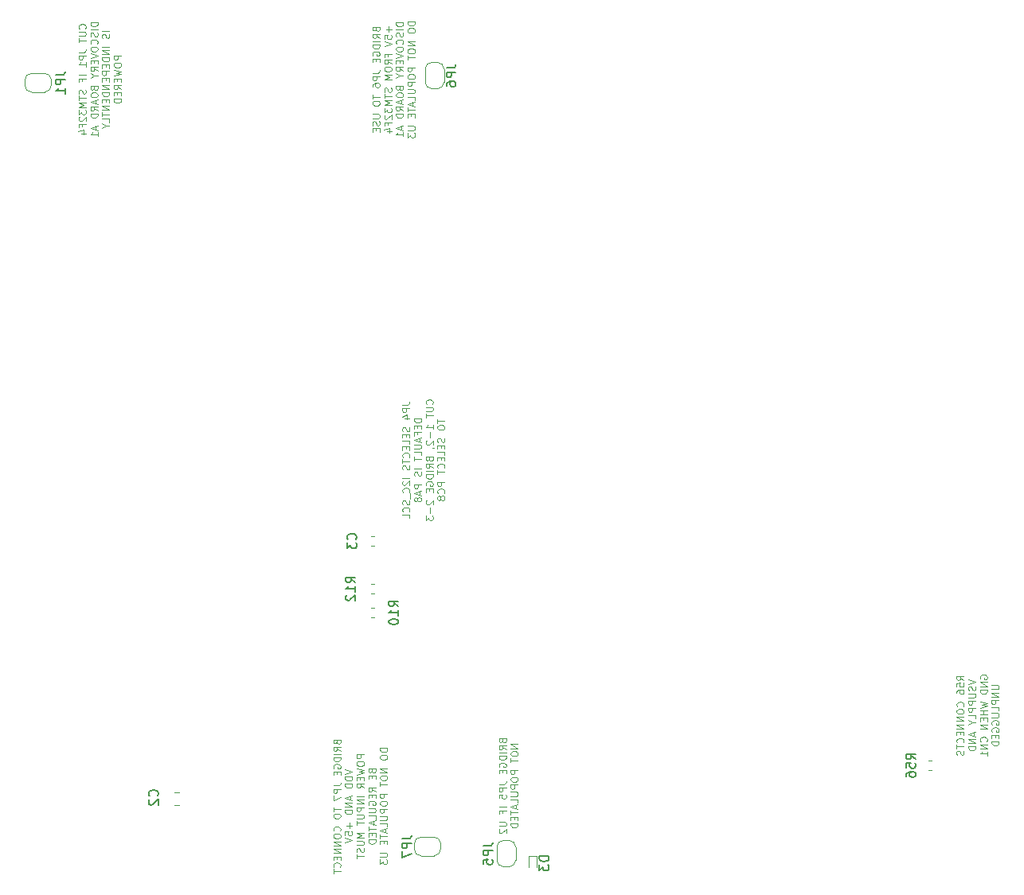
<source format=gbr>
G04 #@! TF.GenerationSoftware,KiCad,Pcbnew,5.0.2-bee76a0~70~ubuntu18.04.1*
G04 #@! TF.CreationDate,2019-05-04T20:09:11-07:00*
G04 #@! TF.ProjectId,aa-daughterboard-lvds,61612d64-6175-4676-9874-6572626f6172,rev?*
G04 #@! TF.SameCoordinates,Original*
G04 #@! TF.FileFunction,Legend,Bot*
G04 #@! TF.FilePolarity,Positive*
%FSLAX46Y46*%
G04 Gerber Fmt 4.6, Leading zero omitted, Abs format (unit mm)*
G04 Created by KiCad (PCBNEW 5.0.2-bee76a0~70~ubuntu18.04.1) date Sat 04 May 2019 08:09:11 PM PDT*
%MOMM*%
%LPD*%
G01*
G04 APERTURE LIST*
%ADD10C,0.101600*%
%ADD11C,0.120000*%
%ADD12C,0.150000*%
G04 APERTURE END LIST*
D10*
X171789271Y-130973285D02*
X171825557Y-131082142D01*
X171861842Y-131118428D01*
X171934414Y-131154714D01*
X172043271Y-131154714D01*
X172115842Y-131118428D01*
X172152128Y-131082142D01*
X172188414Y-131009571D01*
X172188414Y-130719285D01*
X171426414Y-130719285D01*
X171426414Y-130973285D01*
X171462700Y-131045857D01*
X171498985Y-131082142D01*
X171571557Y-131118428D01*
X171644128Y-131118428D01*
X171716700Y-131082142D01*
X171752985Y-131045857D01*
X171789271Y-130973285D01*
X171789271Y-130719285D01*
X172188414Y-131916714D02*
X171825557Y-131662714D01*
X172188414Y-131481285D02*
X171426414Y-131481285D01*
X171426414Y-131771571D01*
X171462700Y-131844142D01*
X171498985Y-131880428D01*
X171571557Y-131916714D01*
X171680414Y-131916714D01*
X171752985Y-131880428D01*
X171789271Y-131844142D01*
X171825557Y-131771571D01*
X171825557Y-131481285D01*
X172188414Y-132243285D02*
X171426414Y-132243285D01*
X172188414Y-132606142D02*
X171426414Y-132606142D01*
X171426414Y-132787571D01*
X171462700Y-132896428D01*
X171535271Y-132969000D01*
X171607842Y-133005285D01*
X171752985Y-133041571D01*
X171861842Y-133041571D01*
X172006985Y-133005285D01*
X172079557Y-132969000D01*
X172152128Y-132896428D01*
X172188414Y-132787571D01*
X172188414Y-132606142D01*
X171462700Y-133767285D02*
X171426414Y-133694714D01*
X171426414Y-133585857D01*
X171462700Y-133477000D01*
X171535271Y-133404428D01*
X171607842Y-133368142D01*
X171752985Y-133331857D01*
X171861842Y-133331857D01*
X172006985Y-133368142D01*
X172079557Y-133404428D01*
X172152128Y-133477000D01*
X172188414Y-133585857D01*
X172188414Y-133658428D01*
X172152128Y-133767285D01*
X172115842Y-133803571D01*
X171861842Y-133803571D01*
X171861842Y-133658428D01*
X171789271Y-134130142D02*
X171789271Y-134384142D01*
X172188414Y-134493000D02*
X172188414Y-134130142D01*
X171426414Y-134130142D01*
X171426414Y-134493000D01*
X171426414Y-135617857D02*
X171970700Y-135617857D01*
X172079557Y-135581571D01*
X172152128Y-135509000D01*
X172188414Y-135400142D01*
X172188414Y-135327571D01*
X172188414Y-135980714D02*
X171426414Y-135980714D01*
X171426414Y-136271000D01*
X171462700Y-136343571D01*
X171498985Y-136379857D01*
X171571557Y-136416142D01*
X171680414Y-136416142D01*
X171752985Y-136379857D01*
X171789271Y-136343571D01*
X171825557Y-136271000D01*
X171825557Y-135980714D01*
X171426414Y-137105571D02*
X171426414Y-136742714D01*
X171789271Y-136706428D01*
X171752985Y-136742714D01*
X171716700Y-136815285D01*
X171716700Y-136996714D01*
X171752985Y-137069285D01*
X171789271Y-137105571D01*
X171861842Y-137141857D01*
X172043271Y-137141857D01*
X172115842Y-137105571D01*
X172152128Y-137069285D01*
X172188414Y-136996714D01*
X172188414Y-136815285D01*
X172152128Y-136742714D01*
X172115842Y-136706428D01*
X172188414Y-138049000D02*
X171426414Y-138049000D01*
X171789271Y-138665857D02*
X171789271Y-138411857D01*
X172188414Y-138411857D02*
X171426414Y-138411857D01*
X171426414Y-138774714D01*
X171426414Y-139645571D02*
X172043271Y-139645571D01*
X172115842Y-139681857D01*
X172152128Y-139718142D01*
X172188414Y-139790714D01*
X172188414Y-139935857D01*
X172152128Y-140008428D01*
X172115842Y-140044714D01*
X172043271Y-140081000D01*
X171426414Y-140081000D01*
X171498985Y-140407571D02*
X171462700Y-140443857D01*
X171426414Y-140516428D01*
X171426414Y-140697857D01*
X171462700Y-140770428D01*
X171498985Y-140806714D01*
X171571557Y-140843000D01*
X171644128Y-140843000D01*
X171752985Y-140806714D01*
X172188414Y-140371285D01*
X172188414Y-140843000D01*
X173433014Y-131354285D02*
X172671014Y-131354285D01*
X173433014Y-131789714D01*
X172671014Y-131789714D01*
X172671014Y-132297714D02*
X172671014Y-132442857D01*
X172707300Y-132515428D01*
X172779871Y-132588000D01*
X172925014Y-132624285D01*
X173179014Y-132624285D01*
X173324157Y-132588000D01*
X173396728Y-132515428D01*
X173433014Y-132442857D01*
X173433014Y-132297714D01*
X173396728Y-132225142D01*
X173324157Y-132152571D01*
X173179014Y-132116285D01*
X172925014Y-132116285D01*
X172779871Y-132152571D01*
X172707300Y-132225142D01*
X172671014Y-132297714D01*
X172671014Y-132842000D02*
X172671014Y-133277428D01*
X173433014Y-133059714D02*
X172671014Y-133059714D01*
X173433014Y-134112000D02*
X172671014Y-134112000D01*
X172671014Y-134402285D01*
X172707300Y-134474857D01*
X172743585Y-134511142D01*
X172816157Y-134547428D01*
X172925014Y-134547428D01*
X172997585Y-134511142D01*
X173033871Y-134474857D01*
X173070157Y-134402285D01*
X173070157Y-134112000D01*
X172671014Y-135019142D02*
X172671014Y-135164285D01*
X172707300Y-135236857D01*
X172779871Y-135309428D01*
X172925014Y-135345714D01*
X173179014Y-135345714D01*
X173324157Y-135309428D01*
X173396728Y-135236857D01*
X173433014Y-135164285D01*
X173433014Y-135019142D01*
X173396728Y-134946571D01*
X173324157Y-134874000D01*
X173179014Y-134837714D01*
X172925014Y-134837714D01*
X172779871Y-134874000D01*
X172707300Y-134946571D01*
X172671014Y-135019142D01*
X173433014Y-135672285D02*
X172671014Y-135672285D01*
X172671014Y-135962571D01*
X172707300Y-136035142D01*
X172743585Y-136071428D01*
X172816157Y-136107714D01*
X172925014Y-136107714D01*
X172997585Y-136071428D01*
X173033871Y-136035142D01*
X173070157Y-135962571D01*
X173070157Y-135672285D01*
X172671014Y-136434285D02*
X173287871Y-136434285D01*
X173360442Y-136470571D01*
X173396728Y-136506857D01*
X173433014Y-136579428D01*
X173433014Y-136724571D01*
X173396728Y-136797142D01*
X173360442Y-136833428D01*
X173287871Y-136869714D01*
X172671014Y-136869714D01*
X173433014Y-137595428D02*
X173433014Y-137232571D01*
X172671014Y-137232571D01*
X173215300Y-137813142D02*
X173215300Y-138176000D01*
X173433014Y-137740571D02*
X172671014Y-137994571D01*
X173433014Y-138248571D01*
X172671014Y-138393714D02*
X172671014Y-138829142D01*
X173433014Y-138611428D02*
X172671014Y-138611428D01*
X173033871Y-139083142D02*
X173033871Y-139337142D01*
X173433014Y-139446000D02*
X173433014Y-139083142D01*
X172671014Y-139083142D01*
X172671014Y-139446000D01*
X173433014Y-139772571D02*
X172671014Y-139772571D01*
X172671014Y-139954000D01*
X172707300Y-140062857D01*
X172779871Y-140135428D01*
X172852442Y-140171714D01*
X172997585Y-140208000D01*
X173106442Y-140208000D01*
X173251585Y-140171714D01*
X173324157Y-140135428D01*
X173396728Y-140062857D01*
X173433014Y-139954000D01*
X173433014Y-139772571D01*
X154174371Y-131118428D02*
X154210657Y-131227285D01*
X154246942Y-131263571D01*
X154319514Y-131299857D01*
X154428371Y-131299857D01*
X154500942Y-131263571D01*
X154537228Y-131227285D01*
X154573514Y-131154714D01*
X154573514Y-130864428D01*
X153811514Y-130864428D01*
X153811514Y-131118428D01*
X153847800Y-131191000D01*
X153884085Y-131227285D01*
X153956657Y-131263571D01*
X154029228Y-131263571D01*
X154101800Y-131227285D01*
X154138085Y-131191000D01*
X154174371Y-131118428D01*
X154174371Y-130864428D01*
X154573514Y-132061857D02*
X154210657Y-131807857D01*
X154573514Y-131626428D02*
X153811514Y-131626428D01*
X153811514Y-131916714D01*
X153847800Y-131989285D01*
X153884085Y-132025571D01*
X153956657Y-132061857D01*
X154065514Y-132061857D01*
X154138085Y-132025571D01*
X154174371Y-131989285D01*
X154210657Y-131916714D01*
X154210657Y-131626428D01*
X154573514Y-132388428D02*
X153811514Y-132388428D01*
X154573514Y-132751285D02*
X153811514Y-132751285D01*
X153811514Y-132932714D01*
X153847800Y-133041571D01*
X153920371Y-133114142D01*
X153992942Y-133150428D01*
X154138085Y-133186714D01*
X154246942Y-133186714D01*
X154392085Y-133150428D01*
X154464657Y-133114142D01*
X154537228Y-133041571D01*
X154573514Y-132932714D01*
X154573514Y-132751285D01*
X153847800Y-133912428D02*
X153811514Y-133839857D01*
X153811514Y-133731000D01*
X153847800Y-133622142D01*
X153920371Y-133549571D01*
X153992942Y-133513285D01*
X154138085Y-133477000D01*
X154246942Y-133477000D01*
X154392085Y-133513285D01*
X154464657Y-133549571D01*
X154537228Y-133622142D01*
X154573514Y-133731000D01*
X154573514Y-133803571D01*
X154537228Y-133912428D01*
X154500942Y-133948714D01*
X154246942Y-133948714D01*
X154246942Y-133803571D01*
X154174371Y-134275285D02*
X154174371Y-134529285D01*
X154573514Y-134638142D02*
X154573514Y-134275285D01*
X153811514Y-134275285D01*
X153811514Y-134638142D01*
X153811514Y-135763000D02*
X154355800Y-135763000D01*
X154464657Y-135726714D01*
X154537228Y-135654142D01*
X154573514Y-135545285D01*
X154573514Y-135472714D01*
X154573514Y-136125857D02*
X153811514Y-136125857D01*
X153811514Y-136416142D01*
X153847800Y-136488714D01*
X153884085Y-136525000D01*
X153956657Y-136561285D01*
X154065514Y-136561285D01*
X154138085Y-136525000D01*
X154174371Y-136488714D01*
X154210657Y-136416142D01*
X154210657Y-136125857D01*
X153811514Y-136815285D02*
X153811514Y-137323285D01*
X154573514Y-136996714D01*
X153811514Y-138085285D02*
X153811514Y-138520714D01*
X154573514Y-138303000D02*
X153811514Y-138303000D01*
X153811514Y-138919857D02*
X153811514Y-139065000D01*
X153847800Y-139137571D01*
X153920371Y-139210142D01*
X154065514Y-139246428D01*
X154319514Y-139246428D01*
X154464657Y-139210142D01*
X154537228Y-139137571D01*
X154573514Y-139065000D01*
X154573514Y-138919857D01*
X154537228Y-138847285D01*
X154464657Y-138774714D01*
X154319514Y-138738428D01*
X154065514Y-138738428D01*
X153920371Y-138774714D01*
X153847800Y-138847285D01*
X153811514Y-138919857D01*
X154500942Y-140589000D02*
X154537228Y-140552714D01*
X154573514Y-140443857D01*
X154573514Y-140371285D01*
X154537228Y-140262428D01*
X154464657Y-140189857D01*
X154392085Y-140153571D01*
X154246942Y-140117285D01*
X154138085Y-140117285D01*
X153992942Y-140153571D01*
X153920371Y-140189857D01*
X153847800Y-140262428D01*
X153811514Y-140371285D01*
X153811514Y-140443857D01*
X153847800Y-140552714D01*
X153884085Y-140589000D01*
X153811514Y-141060714D02*
X153811514Y-141205857D01*
X153847800Y-141278428D01*
X153920371Y-141351000D01*
X154065514Y-141387285D01*
X154319514Y-141387285D01*
X154464657Y-141351000D01*
X154537228Y-141278428D01*
X154573514Y-141205857D01*
X154573514Y-141060714D01*
X154537228Y-140988142D01*
X154464657Y-140915571D01*
X154319514Y-140879285D01*
X154065514Y-140879285D01*
X153920371Y-140915571D01*
X153847800Y-140988142D01*
X153811514Y-141060714D01*
X154573514Y-141713857D02*
X153811514Y-141713857D01*
X154573514Y-142149285D01*
X153811514Y-142149285D01*
X154573514Y-142512142D02*
X153811514Y-142512142D01*
X154573514Y-142947571D01*
X153811514Y-142947571D01*
X154174371Y-143310428D02*
X154174371Y-143564428D01*
X154573514Y-143673285D02*
X154573514Y-143310428D01*
X153811514Y-143310428D01*
X153811514Y-143673285D01*
X154500942Y-144435285D02*
X154537228Y-144399000D01*
X154573514Y-144290142D01*
X154573514Y-144217571D01*
X154537228Y-144108714D01*
X154464657Y-144036142D01*
X154392085Y-143999857D01*
X154246942Y-143963571D01*
X154138085Y-143963571D01*
X153992942Y-143999857D01*
X153920371Y-144036142D01*
X153847800Y-144108714D01*
X153811514Y-144217571D01*
X153811514Y-144290142D01*
X153847800Y-144399000D01*
X153884085Y-144435285D01*
X153811514Y-144653000D02*
X153811514Y-145088428D01*
X154573514Y-144870714D02*
X153811514Y-144870714D01*
X155056114Y-134057571D02*
X155818114Y-134311571D01*
X155056114Y-134565571D01*
X155818114Y-134819571D02*
X155056114Y-134819571D01*
X155056114Y-135001000D01*
X155092400Y-135109857D01*
X155164971Y-135182428D01*
X155237542Y-135218714D01*
X155382685Y-135255000D01*
X155491542Y-135255000D01*
X155636685Y-135218714D01*
X155709257Y-135182428D01*
X155781828Y-135109857D01*
X155818114Y-135001000D01*
X155818114Y-134819571D01*
X155818114Y-135581571D02*
X155056114Y-135581571D01*
X155056114Y-135763000D01*
X155092400Y-135871857D01*
X155164971Y-135944428D01*
X155237542Y-135980714D01*
X155382685Y-136017000D01*
X155491542Y-136017000D01*
X155636685Y-135980714D01*
X155709257Y-135944428D01*
X155781828Y-135871857D01*
X155818114Y-135763000D01*
X155818114Y-135581571D01*
X155600400Y-136887857D02*
X155600400Y-137250714D01*
X155818114Y-136815285D02*
X155056114Y-137069285D01*
X155818114Y-137323285D01*
X155818114Y-137577285D02*
X155056114Y-137577285D01*
X155818114Y-138012714D01*
X155056114Y-138012714D01*
X155818114Y-138375571D02*
X155056114Y-138375571D01*
X155056114Y-138557000D01*
X155092400Y-138665857D01*
X155164971Y-138738428D01*
X155237542Y-138774714D01*
X155382685Y-138811000D01*
X155491542Y-138811000D01*
X155636685Y-138774714D01*
X155709257Y-138738428D01*
X155781828Y-138665857D01*
X155818114Y-138557000D01*
X155818114Y-138375571D01*
X155527828Y-139718142D02*
X155527828Y-140298714D01*
X155818114Y-140008428D02*
X155237542Y-140008428D01*
X155056114Y-141024428D02*
X155056114Y-140661571D01*
X155418971Y-140625285D01*
X155382685Y-140661571D01*
X155346400Y-140734142D01*
X155346400Y-140915571D01*
X155382685Y-140988142D01*
X155418971Y-141024428D01*
X155491542Y-141060714D01*
X155672971Y-141060714D01*
X155745542Y-141024428D01*
X155781828Y-140988142D01*
X155818114Y-140915571D01*
X155818114Y-140734142D01*
X155781828Y-140661571D01*
X155745542Y-140625285D01*
X155056114Y-141278428D02*
X155818114Y-141532428D01*
X155056114Y-141786428D01*
X157062714Y-132442857D02*
X156300714Y-132442857D01*
X156300714Y-132733142D01*
X156337000Y-132805714D01*
X156373285Y-132842000D01*
X156445857Y-132878285D01*
X156554714Y-132878285D01*
X156627285Y-132842000D01*
X156663571Y-132805714D01*
X156699857Y-132733142D01*
X156699857Y-132442857D01*
X156300714Y-133350000D02*
X156300714Y-133495142D01*
X156337000Y-133567714D01*
X156409571Y-133640285D01*
X156554714Y-133676571D01*
X156808714Y-133676571D01*
X156953857Y-133640285D01*
X157026428Y-133567714D01*
X157062714Y-133495142D01*
X157062714Y-133350000D01*
X157026428Y-133277428D01*
X156953857Y-133204857D01*
X156808714Y-133168571D01*
X156554714Y-133168571D01*
X156409571Y-133204857D01*
X156337000Y-133277428D01*
X156300714Y-133350000D01*
X156300714Y-133930571D02*
X157062714Y-134112000D01*
X156518428Y-134257142D01*
X157062714Y-134402285D01*
X156300714Y-134583714D01*
X156663571Y-134874000D02*
X156663571Y-135128000D01*
X157062714Y-135236857D02*
X157062714Y-134874000D01*
X156300714Y-134874000D01*
X156300714Y-135236857D01*
X157062714Y-135998857D02*
X156699857Y-135744857D01*
X157062714Y-135563428D02*
X156300714Y-135563428D01*
X156300714Y-135853714D01*
X156337000Y-135926285D01*
X156373285Y-135962571D01*
X156445857Y-135998857D01*
X156554714Y-135998857D01*
X156627285Y-135962571D01*
X156663571Y-135926285D01*
X156699857Y-135853714D01*
X156699857Y-135563428D01*
X157062714Y-136906000D02*
X156300714Y-136906000D01*
X157062714Y-137268857D02*
X156300714Y-137268857D01*
X157062714Y-137704285D01*
X156300714Y-137704285D01*
X157062714Y-138067142D02*
X156300714Y-138067142D01*
X156300714Y-138357428D01*
X156337000Y-138430000D01*
X156373285Y-138466285D01*
X156445857Y-138502571D01*
X156554714Y-138502571D01*
X156627285Y-138466285D01*
X156663571Y-138430000D01*
X156699857Y-138357428D01*
X156699857Y-138067142D01*
X156300714Y-138829142D02*
X156917571Y-138829142D01*
X156990142Y-138865428D01*
X157026428Y-138901714D01*
X157062714Y-138974285D01*
X157062714Y-139119428D01*
X157026428Y-139192000D01*
X156990142Y-139228285D01*
X156917571Y-139264571D01*
X156300714Y-139264571D01*
X156300714Y-139518571D02*
X156300714Y-139954000D01*
X157062714Y-139736285D02*
X156300714Y-139736285D01*
X157062714Y-140788571D02*
X156300714Y-140788571D01*
X156845000Y-141042571D01*
X156300714Y-141296571D01*
X157062714Y-141296571D01*
X156300714Y-141659428D02*
X156917571Y-141659428D01*
X156990142Y-141695714D01*
X157026428Y-141732000D01*
X157062714Y-141804571D01*
X157062714Y-141949714D01*
X157026428Y-142022285D01*
X156990142Y-142058571D01*
X156917571Y-142094857D01*
X156300714Y-142094857D01*
X157026428Y-142421428D02*
X157062714Y-142530285D01*
X157062714Y-142711714D01*
X157026428Y-142784285D01*
X156990142Y-142820571D01*
X156917571Y-142856857D01*
X156845000Y-142856857D01*
X156772428Y-142820571D01*
X156736142Y-142784285D01*
X156699857Y-142711714D01*
X156663571Y-142566571D01*
X156627285Y-142494000D01*
X156591000Y-142457714D01*
X156518428Y-142421428D01*
X156445857Y-142421428D01*
X156373285Y-142457714D01*
X156337000Y-142494000D01*
X156300714Y-142566571D01*
X156300714Y-142748000D01*
X156337000Y-142856857D01*
X156300714Y-143074571D02*
X156300714Y-143510000D01*
X157062714Y-143292285D02*
X156300714Y-143292285D01*
X157908171Y-134184571D02*
X157944457Y-134293428D01*
X157980742Y-134329714D01*
X158053314Y-134366000D01*
X158162171Y-134366000D01*
X158234742Y-134329714D01*
X158271028Y-134293428D01*
X158307314Y-134220857D01*
X158307314Y-133930571D01*
X157545314Y-133930571D01*
X157545314Y-134184571D01*
X157581600Y-134257142D01*
X157617885Y-134293428D01*
X157690457Y-134329714D01*
X157763028Y-134329714D01*
X157835600Y-134293428D01*
X157871885Y-134257142D01*
X157908171Y-134184571D01*
X157908171Y-133930571D01*
X157908171Y-134692571D02*
X157908171Y-134946571D01*
X158307314Y-135055428D02*
X158307314Y-134692571D01*
X157545314Y-134692571D01*
X157545314Y-135055428D01*
X158307314Y-136398000D02*
X157944457Y-136144000D01*
X158307314Y-135962571D02*
X157545314Y-135962571D01*
X157545314Y-136252857D01*
X157581600Y-136325428D01*
X157617885Y-136361714D01*
X157690457Y-136398000D01*
X157799314Y-136398000D01*
X157871885Y-136361714D01*
X157908171Y-136325428D01*
X157944457Y-136252857D01*
X157944457Y-135962571D01*
X157908171Y-136724571D02*
X157908171Y-136978571D01*
X158307314Y-137087428D02*
X158307314Y-136724571D01*
X157545314Y-136724571D01*
X157545314Y-137087428D01*
X157581600Y-137813142D02*
X157545314Y-137740571D01*
X157545314Y-137631714D01*
X157581600Y-137522857D01*
X157654171Y-137450285D01*
X157726742Y-137414000D01*
X157871885Y-137377714D01*
X157980742Y-137377714D01*
X158125885Y-137414000D01*
X158198457Y-137450285D01*
X158271028Y-137522857D01*
X158307314Y-137631714D01*
X158307314Y-137704285D01*
X158271028Y-137813142D01*
X158234742Y-137849428D01*
X157980742Y-137849428D01*
X157980742Y-137704285D01*
X157545314Y-138176000D02*
X158162171Y-138176000D01*
X158234742Y-138212285D01*
X158271028Y-138248571D01*
X158307314Y-138321142D01*
X158307314Y-138466285D01*
X158271028Y-138538857D01*
X158234742Y-138575142D01*
X158162171Y-138611428D01*
X157545314Y-138611428D01*
X158307314Y-139337142D02*
X158307314Y-138974285D01*
X157545314Y-138974285D01*
X158089600Y-139554857D02*
X158089600Y-139917714D01*
X158307314Y-139482285D02*
X157545314Y-139736285D01*
X158307314Y-139990285D01*
X157545314Y-140135428D02*
X157545314Y-140570857D01*
X158307314Y-140353142D02*
X157545314Y-140353142D01*
X157908171Y-140824857D02*
X157908171Y-141078857D01*
X158307314Y-141187714D02*
X158307314Y-140824857D01*
X157545314Y-140824857D01*
X157545314Y-141187714D01*
X158307314Y-141514285D02*
X157545314Y-141514285D01*
X157545314Y-141695714D01*
X157581600Y-141804571D01*
X157654171Y-141877142D01*
X157726742Y-141913428D01*
X157871885Y-141949714D01*
X157980742Y-141949714D01*
X158125885Y-141913428D01*
X158198457Y-141877142D01*
X158271028Y-141804571D01*
X158307314Y-141695714D01*
X158307314Y-141514285D01*
X159551914Y-131771571D02*
X158789914Y-131771571D01*
X158789914Y-131953000D01*
X158826200Y-132061857D01*
X158898771Y-132134428D01*
X158971342Y-132170714D01*
X159116485Y-132207000D01*
X159225342Y-132207000D01*
X159370485Y-132170714D01*
X159443057Y-132134428D01*
X159515628Y-132061857D01*
X159551914Y-131953000D01*
X159551914Y-131771571D01*
X158789914Y-132678714D02*
X158789914Y-132823857D01*
X158826200Y-132896428D01*
X158898771Y-132969000D01*
X159043914Y-133005285D01*
X159297914Y-133005285D01*
X159443057Y-132969000D01*
X159515628Y-132896428D01*
X159551914Y-132823857D01*
X159551914Y-132678714D01*
X159515628Y-132606142D01*
X159443057Y-132533571D01*
X159297914Y-132497285D01*
X159043914Y-132497285D01*
X158898771Y-132533571D01*
X158826200Y-132606142D01*
X158789914Y-132678714D01*
X159551914Y-133912428D02*
X158789914Y-133912428D01*
X159551914Y-134347857D01*
X158789914Y-134347857D01*
X158789914Y-134855857D02*
X158789914Y-135001000D01*
X158826200Y-135073571D01*
X158898771Y-135146142D01*
X159043914Y-135182428D01*
X159297914Y-135182428D01*
X159443057Y-135146142D01*
X159515628Y-135073571D01*
X159551914Y-135001000D01*
X159551914Y-134855857D01*
X159515628Y-134783285D01*
X159443057Y-134710714D01*
X159297914Y-134674428D01*
X159043914Y-134674428D01*
X158898771Y-134710714D01*
X158826200Y-134783285D01*
X158789914Y-134855857D01*
X158789914Y-135400142D02*
X158789914Y-135835571D01*
X159551914Y-135617857D02*
X158789914Y-135617857D01*
X159551914Y-136670142D02*
X158789914Y-136670142D01*
X158789914Y-136960428D01*
X158826200Y-137033000D01*
X158862485Y-137069285D01*
X158935057Y-137105571D01*
X159043914Y-137105571D01*
X159116485Y-137069285D01*
X159152771Y-137033000D01*
X159189057Y-136960428D01*
X159189057Y-136670142D01*
X158789914Y-137577285D02*
X158789914Y-137722428D01*
X158826200Y-137795000D01*
X158898771Y-137867571D01*
X159043914Y-137903857D01*
X159297914Y-137903857D01*
X159443057Y-137867571D01*
X159515628Y-137795000D01*
X159551914Y-137722428D01*
X159551914Y-137577285D01*
X159515628Y-137504714D01*
X159443057Y-137432142D01*
X159297914Y-137395857D01*
X159043914Y-137395857D01*
X158898771Y-137432142D01*
X158826200Y-137504714D01*
X158789914Y-137577285D01*
X159551914Y-138230428D02*
X158789914Y-138230428D01*
X158789914Y-138520714D01*
X158826200Y-138593285D01*
X158862485Y-138629571D01*
X158935057Y-138665857D01*
X159043914Y-138665857D01*
X159116485Y-138629571D01*
X159152771Y-138593285D01*
X159189057Y-138520714D01*
X159189057Y-138230428D01*
X158789914Y-138992428D02*
X159406771Y-138992428D01*
X159479342Y-139028714D01*
X159515628Y-139065000D01*
X159551914Y-139137571D01*
X159551914Y-139282714D01*
X159515628Y-139355285D01*
X159479342Y-139391571D01*
X159406771Y-139427857D01*
X158789914Y-139427857D01*
X159551914Y-140153571D02*
X159551914Y-139790714D01*
X158789914Y-139790714D01*
X159334200Y-140371285D02*
X159334200Y-140734142D01*
X159551914Y-140298714D02*
X158789914Y-140552714D01*
X159551914Y-140806714D01*
X158789914Y-140951857D02*
X158789914Y-141387285D01*
X159551914Y-141169571D02*
X158789914Y-141169571D01*
X159152771Y-141641285D02*
X159152771Y-141895285D01*
X159551914Y-142004142D02*
X159551914Y-141641285D01*
X158789914Y-141641285D01*
X158789914Y-142004142D01*
X158789914Y-142911285D02*
X159406771Y-142911285D01*
X159479342Y-142947571D01*
X159515628Y-142983857D01*
X159551914Y-143056428D01*
X159551914Y-143201571D01*
X159515628Y-143274142D01*
X159479342Y-143310428D01*
X159406771Y-143346714D01*
X158789914Y-143346714D01*
X158789914Y-143637000D02*
X158789914Y-144108714D01*
X159080200Y-143854714D01*
X159080200Y-143963571D01*
X159116485Y-144036142D01*
X159152771Y-144072428D01*
X159225342Y-144108714D01*
X159406771Y-144108714D01*
X159479342Y-144072428D01*
X159515628Y-144036142D01*
X159551914Y-143963571D01*
X159551914Y-143745857D01*
X159515628Y-143673285D01*
X159479342Y-143637000D01*
X161164814Y-95213714D02*
X161709100Y-95213714D01*
X161817957Y-95177428D01*
X161890528Y-95104857D01*
X161926814Y-94996000D01*
X161926814Y-94923428D01*
X161926814Y-95576571D02*
X161164814Y-95576571D01*
X161164814Y-95866857D01*
X161201100Y-95939428D01*
X161237385Y-95975714D01*
X161309957Y-96012000D01*
X161418814Y-96012000D01*
X161491385Y-95975714D01*
X161527671Y-95939428D01*
X161563957Y-95866857D01*
X161563957Y-95576571D01*
X161418814Y-96665142D02*
X161926814Y-96665142D01*
X161128528Y-96483714D02*
X161672814Y-96302285D01*
X161672814Y-96774000D01*
X161890528Y-97608571D02*
X161926814Y-97717428D01*
X161926814Y-97898857D01*
X161890528Y-97971428D01*
X161854242Y-98007714D01*
X161781671Y-98044000D01*
X161709100Y-98044000D01*
X161636528Y-98007714D01*
X161600242Y-97971428D01*
X161563957Y-97898857D01*
X161527671Y-97753714D01*
X161491385Y-97681142D01*
X161455100Y-97644857D01*
X161382528Y-97608571D01*
X161309957Y-97608571D01*
X161237385Y-97644857D01*
X161201100Y-97681142D01*
X161164814Y-97753714D01*
X161164814Y-97935142D01*
X161201100Y-98044000D01*
X161527671Y-98370571D02*
X161527671Y-98624571D01*
X161926814Y-98733428D02*
X161926814Y-98370571D01*
X161164814Y-98370571D01*
X161164814Y-98733428D01*
X161926814Y-99422857D02*
X161926814Y-99060000D01*
X161164814Y-99060000D01*
X161527671Y-99676857D02*
X161527671Y-99930857D01*
X161926814Y-100039714D02*
X161926814Y-99676857D01*
X161164814Y-99676857D01*
X161164814Y-100039714D01*
X161854242Y-100801714D02*
X161890528Y-100765428D01*
X161926814Y-100656571D01*
X161926814Y-100584000D01*
X161890528Y-100475142D01*
X161817957Y-100402571D01*
X161745385Y-100366285D01*
X161600242Y-100330000D01*
X161491385Y-100330000D01*
X161346242Y-100366285D01*
X161273671Y-100402571D01*
X161201100Y-100475142D01*
X161164814Y-100584000D01*
X161164814Y-100656571D01*
X161201100Y-100765428D01*
X161237385Y-100801714D01*
X161164814Y-101019428D02*
X161164814Y-101454857D01*
X161926814Y-101237142D02*
X161164814Y-101237142D01*
X161890528Y-101672571D02*
X161926814Y-101781428D01*
X161926814Y-101962857D01*
X161890528Y-102035428D01*
X161854242Y-102071714D01*
X161781671Y-102108000D01*
X161709100Y-102108000D01*
X161636528Y-102071714D01*
X161600242Y-102035428D01*
X161563957Y-101962857D01*
X161527671Y-101817714D01*
X161491385Y-101745142D01*
X161455100Y-101708857D01*
X161382528Y-101672571D01*
X161309957Y-101672571D01*
X161237385Y-101708857D01*
X161201100Y-101745142D01*
X161164814Y-101817714D01*
X161164814Y-101999142D01*
X161201100Y-102108000D01*
X161926814Y-103015142D02*
X161164814Y-103015142D01*
X161237385Y-103341714D02*
X161201100Y-103378000D01*
X161164814Y-103450571D01*
X161164814Y-103632000D01*
X161201100Y-103704571D01*
X161237385Y-103740857D01*
X161309957Y-103777142D01*
X161382528Y-103777142D01*
X161491385Y-103740857D01*
X161926814Y-103305428D01*
X161926814Y-103777142D01*
X161854242Y-104539142D02*
X161890528Y-104502857D01*
X161926814Y-104394000D01*
X161926814Y-104321428D01*
X161890528Y-104212571D01*
X161817957Y-104140000D01*
X161745385Y-104103714D01*
X161600242Y-104067428D01*
X161491385Y-104067428D01*
X161346242Y-104103714D01*
X161273671Y-104140000D01*
X161201100Y-104212571D01*
X161164814Y-104321428D01*
X161164814Y-104394000D01*
X161201100Y-104502857D01*
X161237385Y-104539142D01*
X161999385Y-104684285D02*
X161999385Y-105264857D01*
X161890528Y-105410000D02*
X161926814Y-105518857D01*
X161926814Y-105700285D01*
X161890528Y-105772857D01*
X161854242Y-105809142D01*
X161781671Y-105845428D01*
X161709100Y-105845428D01*
X161636528Y-105809142D01*
X161600242Y-105772857D01*
X161563957Y-105700285D01*
X161527671Y-105555142D01*
X161491385Y-105482571D01*
X161455100Y-105446285D01*
X161382528Y-105410000D01*
X161309957Y-105410000D01*
X161237385Y-105446285D01*
X161201100Y-105482571D01*
X161164814Y-105555142D01*
X161164814Y-105736571D01*
X161201100Y-105845428D01*
X161854242Y-106607428D02*
X161890528Y-106571142D01*
X161926814Y-106462285D01*
X161926814Y-106389714D01*
X161890528Y-106280857D01*
X161817957Y-106208285D01*
X161745385Y-106172000D01*
X161600242Y-106135714D01*
X161491385Y-106135714D01*
X161346242Y-106172000D01*
X161273671Y-106208285D01*
X161201100Y-106280857D01*
X161164814Y-106389714D01*
X161164814Y-106462285D01*
X161201100Y-106571142D01*
X161237385Y-106607428D01*
X161926814Y-107296857D02*
X161926814Y-106934000D01*
X161164814Y-106934000D01*
X163171414Y-96701428D02*
X162409414Y-96701428D01*
X162409414Y-96882857D01*
X162445700Y-96991714D01*
X162518271Y-97064285D01*
X162590842Y-97100571D01*
X162735985Y-97136857D01*
X162844842Y-97136857D01*
X162989985Y-97100571D01*
X163062557Y-97064285D01*
X163135128Y-96991714D01*
X163171414Y-96882857D01*
X163171414Y-96701428D01*
X162772271Y-97463428D02*
X162772271Y-97717428D01*
X163171414Y-97826285D02*
X163171414Y-97463428D01*
X162409414Y-97463428D01*
X162409414Y-97826285D01*
X162772271Y-98406857D02*
X162772271Y-98152857D01*
X163171414Y-98152857D02*
X162409414Y-98152857D01*
X162409414Y-98515714D01*
X162953700Y-98769714D02*
X162953700Y-99132571D01*
X163171414Y-98697142D02*
X162409414Y-98951142D01*
X163171414Y-99205142D01*
X162409414Y-99459142D02*
X163026271Y-99459142D01*
X163098842Y-99495428D01*
X163135128Y-99531714D01*
X163171414Y-99604285D01*
X163171414Y-99749428D01*
X163135128Y-99822000D01*
X163098842Y-99858285D01*
X163026271Y-99894571D01*
X162409414Y-99894571D01*
X163171414Y-100620285D02*
X163171414Y-100257428D01*
X162409414Y-100257428D01*
X162409414Y-100765428D02*
X162409414Y-101200857D01*
X163171414Y-100983142D02*
X162409414Y-100983142D01*
X163171414Y-102035428D02*
X162409414Y-102035428D01*
X163135128Y-102362000D02*
X163171414Y-102470857D01*
X163171414Y-102652285D01*
X163135128Y-102724857D01*
X163098842Y-102761142D01*
X163026271Y-102797428D01*
X162953700Y-102797428D01*
X162881128Y-102761142D01*
X162844842Y-102724857D01*
X162808557Y-102652285D01*
X162772271Y-102507142D01*
X162735985Y-102434571D01*
X162699700Y-102398285D01*
X162627128Y-102362000D01*
X162554557Y-102362000D01*
X162481985Y-102398285D01*
X162445700Y-102434571D01*
X162409414Y-102507142D01*
X162409414Y-102688571D01*
X162445700Y-102797428D01*
X163171414Y-103704571D02*
X162409414Y-103704571D01*
X162409414Y-103994857D01*
X162445700Y-104067428D01*
X162481985Y-104103714D01*
X162554557Y-104140000D01*
X162663414Y-104140000D01*
X162735985Y-104103714D01*
X162772271Y-104067428D01*
X162808557Y-103994857D01*
X162808557Y-103704571D01*
X162953700Y-104430285D02*
X162953700Y-104793142D01*
X163171414Y-104357714D02*
X162409414Y-104611714D01*
X163171414Y-104865714D01*
X162735985Y-105228571D02*
X162699700Y-105156000D01*
X162663414Y-105119714D01*
X162590842Y-105083428D01*
X162554557Y-105083428D01*
X162481985Y-105119714D01*
X162445700Y-105156000D01*
X162409414Y-105228571D01*
X162409414Y-105373714D01*
X162445700Y-105446285D01*
X162481985Y-105482571D01*
X162554557Y-105518857D01*
X162590842Y-105518857D01*
X162663414Y-105482571D01*
X162699700Y-105446285D01*
X162735985Y-105373714D01*
X162735985Y-105228571D01*
X162772271Y-105156000D01*
X162808557Y-105119714D01*
X162881128Y-105083428D01*
X163026271Y-105083428D01*
X163098842Y-105119714D01*
X163135128Y-105156000D01*
X163171414Y-105228571D01*
X163171414Y-105373714D01*
X163135128Y-105446285D01*
X163098842Y-105482571D01*
X163026271Y-105518857D01*
X162881128Y-105518857D01*
X162808557Y-105482571D01*
X162772271Y-105446285D01*
X162735985Y-105373714D01*
X164343442Y-95141142D02*
X164379728Y-95104857D01*
X164416014Y-94996000D01*
X164416014Y-94923428D01*
X164379728Y-94814571D01*
X164307157Y-94742000D01*
X164234585Y-94705714D01*
X164089442Y-94669428D01*
X163980585Y-94669428D01*
X163835442Y-94705714D01*
X163762871Y-94742000D01*
X163690300Y-94814571D01*
X163654014Y-94923428D01*
X163654014Y-94996000D01*
X163690300Y-95104857D01*
X163726585Y-95141142D01*
X163654014Y-95467714D02*
X164270871Y-95467714D01*
X164343442Y-95504000D01*
X164379728Y-95540285D01*
X164416014Y-95612857D01*
X164416014Y-95758000D01*
X164379728Y-95830571D01*
X164343442Y-95866857D01*
X164270871Y-95903142D01*
X163654014Y-95903142D01*
X163654014Y-96157142D02*
X163654014Y-96592571D01*
X164416014Y-96374857D02*
X163654014Y-96374857D01*
X164416014Y-97826285D02*
X164416014Y-97390857D01*
X164416014Y-97608571D02*
X163654014Y-97608571D01*
X163762871Y-97536000D01*
X163835442Y-97463428D01*
X163871728Y-97390857D01*
X164125728Y-98152857D02*
X164125728Y-98733428D01*
X163726585Y-99060000D02*
X163690300Y-99096285D01*
X163654014Y-99168857D01*
X163654014Y-99350285D01*
X163690300Y-99422857D01*
X163726585Y-99459142D01*
X163799157Y-99495428D01*
X163871728Y-99495428D01*
X163980585Y-99459142D01*
X164416014Y-99023714D01*
X164416014Y-99495428D01*
X164379728Y-99858285D02*
X164416014Y-99858285D01*
X164488585Y-99822000D01*
X164524871Y-99785714D01*
X164016871Y-101019428D02*
X164053157Y-101128285D01*
X164089442Y-101164571D01*
X164162014Y-101200857D01*
X164270871Y-101200857D01*
X164343442Y-101164571D01*
X164379728Y-101128285D01*
X164416014Y-101055714D01*
X164416014Y-100765428D01*
X163654014Y-100765428D01*
X163654014Y-101019428D01*
X163690300Y-101092000D01*
X163726585Y-101128285D01*
X163799157Y-101164571D01*
X163871728Y-101164571D01*
X163944300Y-101128285D01*
X163980585Y-101092000D01*
X164016871Y-101019428D01*
X164016871Y-100765428D01*
X164416014Y-101962857D02*
X164053157Y-101708857D01*
X164416014Y-101527428D02*
X163654014Y-101527428D01*
X163654014Y-101817714D01*
X163690300Y-101890285D01*
X163726585Y-101926571D01*
X163799157Y-101962857D01*
X163908014Y-101962857D01*
X163980585Y-101926571D01*
X164016871Y-101890285D01*
X164053157Y-101817714D01*
X164053157Y-101527428D01*
X164416014Y-102289428D02*
X163654014Y-102289428D01*
X164416014Y-102652285D02*
X163654014Y-102652285D01*
X163654014Y-102833714D01*
X163690300Y-102942571D01*
X163762871Y-103015142D01*
X163835442Y-103051428D01*
X163980585Y-103087714D01*
X164089442Y-103087714D01*
X164234585Y-103051428D01*
X164307157Y-103015142D01*
X164379728Y-102942571D01*
X164416014Y-102833714D01*
X164416014Y-102652285D01*
X163690300Y-103813428D02*
X163654014Y-103740857D01*
X163654014Y-103632000D01*
X163690300Y-103523142D01*
X163762871Y-103450571D01*
X163835442Y-103414285D01*
X163980585Y-103378000D01*
X164089442Y-103378000D01*
X164234585Y-103414285D01*
X164307157Y-103450571D01*
X164379728Y-103523142D01*
X164416014Y-103632000D01*
X164416014Y-103704571D01*
X164379728Y-103813428D01*
X164343442Y-103849714D01*
X164089442Y-103849714D01*
X164089442Y-103704571D01*
X164016871Y-104176285D02*
X164016871Y-104430285D01*
X164416014Y-104539142D02*
X164416014Y-104176285D01*
X163654014Y-104176285D01*
X163654014Y-104539142D01*
X163726585Y-105410000D02*
X163690300Y-105446285D01*
X163654014Y-105518857D01*
X163654014Y-105700285D01*
X163690300Y-105772857D01*
X163726585Y-105809142D01*
X163799157Y-105845428D01*
X163871728Y-105845428D01*
X163980585Y-105809142D01*
X164416014Y-105373714D01*
X164416014Y-105845428D01*
X164125728Y-106172000D02*
X164125728Y-106752571D01*
X163654014Y-107042857D02*
X163654014Y-107514571D01*
X163944300Y-107260571D01*
X163944300Y-107369428D01*
X163980585Y-107442000D01*
X164016871Y-107478285D01*
X164089442Y-107514571D01*
X164270871Y-107514571D01*
X164343442Y-107478285D01*
X164379728Y-107442000D01*
X164416014Y-107369428D01*
X164416014Y-107151714D01*
X164379728Y-107079142D01*
X164343442Y-107042857D01*
X164898614Y-96737714D02*
X164898614Y-97173142D01*
X165660614Y-96955428D02*
X164898614Y-96955428D01*
X164898614Y-97572285D02*
X164898614Y-97717428D01*
X164934900Y-97790000D01*
X165007471Y-97862571D01*
X165152614Y-97898857D01*
X165406614Y-97898857D01*
X165551757Y-97862571D01*
X165624328Y-97790000D01*
X165660614Y-97717428D01*
X165660614Y-97572285D01*
X165624328Y-97499714D01*
X165551757Y-97427142D01*
X165406614Y-97390857D01*
X165152614Y-97390857D01*
X165007471Y-97427142D01*
X164934900Y-97499714D01*
X164898614Y-97572285D01*
X165624328Y-98769714D02*
X165660614Y-98878571D01*
X165660614Y-99060000D01*
X165624328Y-99132571D01*
X165588042Y-99168857D01*
X165515471Y-99205142D01*
X165442900Y-99205142D01*
X165370328Y-99168857D01*
X165334042Y-99132571D01*
X165297757Y-99060000D01*
X165261471Y-98914857D01*
X165225185Y-98842285D01*
X165188900Y-98806000D01*
X165116328Y-98769714D01*
X165043757Y-98769714D01*
X164971185Y-98806000D01*
X164934900Y-98842285D01*
X164898614Y-98914857D01*
X164898614Y-99096285D01*
X164934900Y-99205142D01*
X165261471Y-99531714D02*
X165261471Y-99785714D01*
X165660614Y-99894571D02*
X165660614Y-99531714D01*
X164898614Y-99531714D01*
X164898614Y-99894571D01*
X165660614Y-100584000D02*
X165660614Y-100221142D01*
X164898614Y-100221142D01*
X165261471Y-100838000D02*
X165261471Y-101092000D01*
X165660614Y-101200857D02*
X165660614Y-100838000D01*
X164898614Y-100838000D01*
X164898614Y-101200857D01*
X165588042Y-101962857D02*
X165624328Y-101926571D01*
X165660614Y-101817714D01*
X165660614Y-101745142D01*
X165624328Y-101636285D01*
X165551757Y-101563714D01*
X165479185Y-101527428D01*
X165334042Y-101491142D01*
X165225185Y-101491142D01*
X165080042Y-101527428D01*
X165007471Y-101563714D01*
X164934900Y-101636285D01*
X164898614Y-101745142D01*
X164898614Y-101817714D01*
X164934900Y-101926571D01*
X164971185Y-101962857D01*
X164898614Y-102180571D02*
X164898614Y-102616000D01*
X165660614Y-102398285D02*
X164898614Y-102398285D01*
X165660614Y-103450571D02*
X164898614Y-103450571D01*
X164898614Y-103740857D01*
X164934900Y-103813428D01*
X164971185Y-103849714D01*
X165043757Y-103886000D01*
X165152614Y-103886000D01*
X165225185Y-103849714D01*
X165261471Y-103813428D01*
X165297757Y-103740857D01*
X165297757Y-103450571D01*
X165588042Y-104648000D02*
X165624328Y-104611714D01*
X165660614Y-104502857D01*
X165660614Y-104430285D01*
X165624328Y-104321428D01*
X165551757Y-104248857D01*
X165479185Y-104212571D01*
X165334042Y-104176285D01*
X165225185Y-104176285D01*
X165080042Y-104212571D01*
X165007471Y-104248857D01*
X164934900Y-104321428D01*
X164898614Y-104430285D01*
X164898614Y-104502857D01*
X164934900Y-104611714D01*
X164971185Y-104648000D01*
X165225185Y-105083428D02*
X165188900Y-105010857D01*
X165152614Y-104974571D01*
X165080042Y-104938285D01*
X165043757Y-104938285D01*
X164971185Y-104974571D01*
X164934900Y-105010857D01*
X164898614Y-105083428D01*
X164898614Y-105228571D01*
X164934900Y-105301142D01*
X164971185Y-105337428D01*
X165043757Y-105373714D01*
X165080042Y-105373714D01*
X165152614Y-105337428D01*
X165188900Y-105301142D01*
X165225185Y-105228571D01*
X165225185Y-105083428D01*
X165261471Y-105010857D01*
X165297757Y-104974571D01*
X165370328Y-104938285D01*
X165515471Y-104938285D01*
X165588042Y-104974571D01*
X165624328Y-105010857D01*
X165660614Y-105083428D01*
X165660614Y-105228571D01*
X165624328Y-105301142D01*
X165588042Y-105337428D01*
X165515471Y-105373714D01*
X165370328Y-105373714D01*
X165297757Y-105337428D01*
X165261471Y-105301142D01*
X165225185Y-105228571D01*
X158352671Y-55263142D02*
X158388957Y-55372000D01*
X158425242Y-55408285D01*
X158497814Y-55444571D01*
X158606671Y-55444571D01*
X158679242Y-55408285D01*
X158715528Y-55372000D01*
X158751814Y-55299428D01*
X158751814Y-55009142D01*
X157989814Y-55009142D01*
X157989814Y-55263142D01*
X158026100Y-55335714D01*
X158062385Y-55372000D01*
X158134957Y-55408285D01*
X158207528Y-55408285D01*
X158280100Y-55372000D01*
X158316385Y-55335714D01*
X158352671Y-55263142D01*
X158352671Y-55009142D01*
X158751814Y-56206571D02*
X158388957Y-55952571D01*
X158751814Y-55771142D02*
X157989814Y-55771142D01*
X157989814Y-56061428D01*
X158026100Y-56134000D01*
X158062385Y-56170285D01*
X158134957Y-56206571D01*
X158243814Y-56206571D01*
X158316385Y-56170285D01*
X158352671Y-56134000D01*
X158388957Y-56061428D01*
X158388957Y-55771142D01*
X158751814Y-56533142D02*
X157989814Y-56533142D01*
X158751814Y-56896000D02*
X157989814Y-56896000D01*
X157989814Y-57077428D01*
X158026100Y-57186285D01*
X158098671Y-57258857D01*
X158171242Y-57295142D01*
X158316385Y-57331428D01*
X158425242Y-57331428D01*
X158570385Y-57295142D01*
X158642957Y-57258857D01*
X158715528Y-57186285D01*
X158751814Y-57077428D01*
X158751814Y-56896000D01*
X158026100Y-58057142D02*
X157989814Y-57984571D01*
X157989814Y-57875714D01*
X158026100Y-57766857D01*
X158098671Y-57694285D01*
X158171242Y-57658000D01*
X158316385Y-57621714D01*
X158425242Y-57621714D01*
X158570385Y-57658000D01*
X158642957Y-57694285D01*
X158715528Y-57766857D01*
X158751814Y-57875714D01*
X158751814Y-57948285D01*
X158715528Y-58057142D01*
X158679242Y-58093428D01*
X158425242Y-58093428D01*
X158425242Y-57948285D01*
X158352671Y-58420000D02*
X158352671Y-58674000D01*
X158751814Y-58782857D02*
X158751814Y-58420000D01*
X157989814Y-58420000D01*
X157989814Y-58782857D01*
X157989814Y-59907714D02*
X158534100Y-59907714D01*
X158642957Y-59871428D01*
X158715528Y-59798857D01*
X158751814Y-59690000D01*
X158751814Y-59617428D01*
X158751814Y-60270571D02*
X157989814Y-60270571D01*
X157989814Y-60560857D01*
X158026100Y-60633428D01*
X158062385Y-60669714D01*
X158134957Y-60705999D01*
X158243814Y-60705999D01*
X158316385Y-60669714D01*
X158352671Y-60633428D01*
X158388957Y-60560857D01*
X158388957Y-60270571D01*
X157989814Y-61359142D02*
X157989814Y-61213999D01*
X158026100Y-61141428D01*
X158062385Y-61105142D01*
X158171242Y-61032571D01*
X158316385Y-60996285D01*
X158606671Y-60996285D01*
X158679242Y-61032571D01*
X158715528Y-61068857D01*
X158751814Y-61141428D01*
X158751814Y-61286571D01*
X158715528Y-61359142D01*
X158679242Y-61395428D01*
X158606671Y-61431714D01*
X158425242Y-61431714D01*
X158352671Y-61395428D01*
X158316385Y-61359142D01*
X158280100Y-61286571D01*
X158280100Y-61141428D01*
X158316385Y-61068857D01*
X158352671Y-61032571D01*
X158425242Y-60996285D01*
X157989814Y-62229999D02*
X157989814Y-62665428D01*
X158751814Y-62447714D02*
X157989814Y-62447714D01*
X157989814Y-63064571D02*
X157989814Y-63209714D01*
X158026100Y-63282285D01*
X158098671Y-63354857D01*
X158243814Y-63391142D01*
X158497814Y-63391142D01*
X158642957Y-63354857D01*
X158715528Y-63282285D01*
X158751814Y-63209714D01*
X158751814Y-63064571D01*
X158715528Y-62991999D01*
X158642957Y-62919428D01*
X158497814Y-62883142D01*
X158243814Y-62883142D01*
X158098671Y-62919428D01*
X158026100Y-62991999D01*
X157989814Y-63064571D01*
X157989814Y-64298285D02*
X158606671Y-64298285D01*
X158679242Y-64334571D01*
X158715528Y-64370857D01*
X158751814Y-64443428D01*
X158751814Y-64588571D01*
X158715528Y-64661142D01*
X158679242Y-64697428D01*
X158606671Y-64733714D01*
X157989814Y-64733714D01*
X158715528Y-65060285D02*
X158751814Y-65169142D01*
X158751814Y-65350571D01*
X158715528Y-65423142D01*
X158679242Y-65459428D01*
X158606671Y-65495714D01*
X158534100Y-65495714D01*
X158461528Y-65459428D01*
X158425242Y-65423142D01*
X158388957Y-65350571D01*
X158352671Y-65205428D01*
X158316385Y-65132857D01*
X158280100Y-65096571D01*
X158207528Y-65060285D01*
X158134957Y-65060285D01*
X158062385Y-65096571D01*
X158026100Y-65132857D01*
X157989814Y-65205428D01*
X157989814Y-65386857D01*
X158026100Y-65495714D01*
X158352671Y-65822285D02*
X158352671Y-66076285D01*
X158751814Y-66185142D02*
X158751814Y-65822285D01*
X157989814Y-65822285D01*
X157989814Y-66185142D01*
X159706128Y-54972857D02*
X159706128Y-55553428D01*
X159996414Y-55263142D02*
X159415842Y-55263142D01*
X159234414Y-56279142D02*
X159234414Y-55916285D01*
X159597271Y-55880000D01*
X159560985Y-55916285D01*
X159524700Y-55988857D01*
X159524700Y-56170285D01*
X159560985Y-56242857D01*
X159597271Y-56279142D01*
X159669842Y-56315428D01*
X159851271Y-56315428D01*
X159923842Y-56279142D01*
X159960128Y-56242857D01*
X159996414Y-56170285D01*
X159996414Y-55988857D01*
X159960128Y-55916285D01*
X159923842Y-55880000D01*
X159234414Y-56533142D02*
X159996414Y-56787142D01*
X159234414Y-57041142D01*
X159597271Y-58129714D02*
X159597271Y-57875714D01*
X159996414Y-57875714D02*
X159234414Y-57875714D01*
X159234414Y-58238571D01*
X159996414Y-58964285D02*
X159633557Y-58710285D01*
X159996414Y-58528857D02*
X159234414Y-58528857D01*
X159234414Y-58819142D01*
X159270700Y-58891714D01*
X159306985Y-58928000D01*
X159379557Y-58964285D01*
X159488414Y-58964285D01*
X159560985Y-58928000D01*
X159597271Y-58891714D01*
X159633557Y-58819142D01*
X159633557Y-58528857D01*
X159234414Y-59436000D02*
X159234414Y-59581142D01*
X159270700Y-59653714D01*
X159343271Y-59726285D01*
X159488414Y-59762571D01*
X159742414Y-59762571D01*
X159887557Y-59726285D01*
X159960128Y-59653714D01*
X159996414Y-59581142D01*
X159996414Y-59436000D01*
X159960128Y-59363428D01*
X159887557Y-59290857D01*
X159742414Y-59254571D01*
X159488414Y-59254571D01*
X159343271Y-59290857D01*
X159270700Y-59363428D01*
X159234414Y-59436000D01*
X159996414Y-60089142D02*
X159234414Y-60089142D01*
X159778700Y-60343142D01*
X159234414Y-60597142D01*
X159996414Y-60597142D01*
X159960128Y-61504285D02*
X159996414Y-61613142D01*
X159996414Y-61794571D01*
X159960128Y-61867142D01*
X159923842Y-61903428D01*
X159851271Y-61939714D01*
X159778700Y-61939714D01*
X159706128Y-61903428D01*
X159669842Y-61867142D01*
X159633557Y-61794571D01*
X159597271Y-61649428D01*
X159560985Y-61576857D01*
X159524700Y-61540571D01*
X159452128Y-61504285D01*
X159379557Y-61504285D01*
X159306985Y-61540571D01*
X159270700Y-61576857D01*
X159234414Y-61649428D01*
X159234414Y-61830857D01*
X159270700Y-61939714D01*
X159234414Y-62157428D02*
X159234414Y-62592857D01*
X159996414Y-62375142D02*
X159234414Y-62375142D01*
X159996414Y-62846857D02*
X159234414Y-62846857D01*
X159778700Y-63100857D01*
X159234414Y-63354857D01*
X159996414Y-63354857D01*
X159234414Y-63645142D02*
X159234414Y-64116857D01*
X159524700Y-63862857D01*
X159524700Y-63971714D01*
X159560985Y-64044285D01*
X159597271Y-64080571D01*
X159669842Y-64116857D01*
X159851271Y-64116857D01*
X159923842Y-64080571D01*
X159960128Y-64044285D01*
X159996414Y-63971714D01*
X159996414Y-63754000D01*
X159960128Y-63681428D01*
X159923842Y-63645142D01*
X159306985Y-64407142D02*
X159270700Y-64443428D01*
X159234414Y-64516000D01*
X159234414Y-64697428D01*
X159270700Y-64770000D01*
X159306985Y-64806285D01*
X159379557Y-64842571D01*
X159452128Y-64842571D01*
X159560985Y-64806285D01*
X159996414Y-64370857D01*
X159996414Y-64842571D01*
X159597271Y-65423142D02*
X159597271Y-65169142D01*
X159996414Y-65169142D02*
X159234414Y-65169142D01*
X159234414Y-65532000D01*
X159488414Y-66148857D02*
X159996414Y-66148857D01*
X159198128Y-65967428D02*
X159742414Y-65786000D01*
X159742414Y-66257714D01*
X161241014Y-54537428D02*
X160479014Y-54537428D01*
X160479014Y-54718857D01*
X160515300Y-54827714D01*
X160587871Y-54900285D01*
X160660442Y-54936571D01*
X160805585Y-54972857D01*
X160914442Y-54972857D01*
X161059585Y-54936571D01*
X161132157Y-54900285D01*
X161204728Y-54827714D01*
X161241014Y-54718857D01*
X161241014Y-54537428D01*
X161241014Y-55299428D02*
X160479014Y-55299428D01*
X161204728Y-55626000D02*
X161241014Y-55734857D01*
X161241014Y-55916285D01*
X161204728Y-55988857D01*
X161168442Y-56025142D01*
X161095871Y-56061428D01*
X161023300Y-56061428D01*
X160950728Y-56025142D01*
X160914442Y-55988857D01*
X160878157Y-55916285D01*
X160841871Y-55771142D01*
X160805585Y-55698571D01*
X160769300Y-55662285D01*
X160696728Y-55626000D01*
X160624157Y-55626000D01*
X160551585Y-55662285D01*
X160515300Y-55698571D01*
X160479014Y-55771142D01*
X160479014Y-55952571D01*
X160515300Y-56061428D01*
X161168442Y-56823428D02*
X161204728Y-56787142D01*
X161241014Y-56678285D01*
X161241014Y-56605714D01*
X161204728Y-56496857D01*
X161132157Y-56424285D01*
X161059585Y-56388000D01*
X160914442Y-56351714D01*
X160805585Y-56351714D01*
X160660442Y-56388000D01*
X160587871Y-56424285D01*
X160515300Y-56496857D01*
X160479014Y-56605714D01*
X160479014Y-56678285D01*
X160515300Y-56787142D01*
X160551585Y-56823428D01*
X160479014Y-57295142D02*
X160479014Y-57440285D01*
X160515300Y-57512857D01*
X160587871Y-57585428D01*
X160733014Y-57621714D01*
X160987014Y-57621714D01*
X161132157Y-57585428D01*
X161204728Y-57512857D01*
X161241014Y-57440285D01*
X161241014Y-57295142D01*
X161204728Y-57222571D01*
X161132157Y-57150000D01*
X160987014Y-57113714D01*
X160733014Y-57113714D01*
X160587871Y-57150000D01*
X160515300Y-57222571D01*
X160479014Y-57295142D01*
X160479014Y-57839428D02*
X161241014Y-58093428D01*
X160479014Y-58347428D01*
X160841871Y-58601428D02*
X160841871Y-58855428D01*
X161241014Y-58964285D02*
X161241014Y-58601428D01*
X160479014Y-58601428D01*
X160479014Y-58964285D01*
X161241014Y-59726285D02*
X160878157Y-59472285D01*
X161241014Y-59290857D02*
X160479014Y-59290857D01*
X160479014Y-59581142D01*
X160515300Y-59653714D01*
X160551585Y-59690000D01*
X160624157Y-59726285D01*
X160733014Y-59726285D01*
X160805585Y-59690000D01*
X160841871Y-59653714D01*
X160878157Y-59581142D01*
X160878157Y-59290857D01*
X160878157Y-60198000D02*
X161241014Y-60198000D01*
X160479014Y-59944000D02*
X160878157Y-60198000D01*
X160479014Y-60452000D01*
X160841871Y-61540571D02*
X160878157Y-61649428D01*
X160914442Y-61685714D01*
X160987014Y-61722000D01*
X161095871Y-61722000D01*
X161168442Y-61685714D01*
X161204728Y-61649428D01*
X161241014Y-61576857D01*
X161241014Y-61286571D01*
X160479014Y-61286571D01*
X160479014Y-61540571D01*
X160515300Y-61613142D01*
X160551585Y-61649428D01*
X160624157Y-61685714D01*
X160696728Y-61685714D01*
X160769300Y-61649428D01*
X160805585Y-61613142D01*
X160841871Y-61540571D01*
X160841871Y-61286571D01*
X160479014Y-62193714D02*
X160479014Y-62338857D01*
X160515300Y-62411428D01*
X160587871Y-62484000D01*
X160733014Y-62520285D01*
X160987014Y-62520285D01*
X161132157Y-62484000D01*
X161204728Y-62411428D01*
X161241014Y-62338857D01*
X161241014Y-62193714D01*
X161204728Y-62121142D01*
X161132157Y-62048571D01*
X160987014Y-62012285D01*
X160733014Y-62012285D01*
X160587871Y-62048571D01*
X160515300Y-62121142D01*
X160479014Y-62193714D01*
X161023300Y-62810571D02*
X161023300Y-63173428D01*
X161241014Y-62738000D02*
X160479014Y-62992000D01*
X161241014Y-63246000D01*
X161241014Y-63935428D02*
X160878157Y-63681428D01*
X161241014Y-63500000D02*
X160479014Y-63500000D01*
X160479014Y-63790285D01*
X160515300Y-63862857D01*
X160551585Y-63899142D01*
X160624157Y-63935428D01*
X160733014Y-63935428D01*
X160805585Y-63899142D01*
X160841871Y-63862857D01*
X160878157Y-63790285D01*
X160878157Y-63500000D01*
X161241014Y-64262000D02*
X160479014Y-64262000D01*
X160479014Y-64443428D01*
X160515300Y-64552285D01*
X160587871Y-64624857D01*
X160660442Y-64661142D01*
X160805585Y-64697428D01*
X160914442Y-64697428D01*
X161059585Y-64661142D01*
X161132157Y-64624857D01*
X161204728Y-64552285D01*
X161241014Y-64443428D01*
X161241014Y-64262000D01*
X161023300Y-65568285D02*
X161023300Y-65931142D01*
X161241014Y-65495714D02*
X160479014Y-65749714D01*
X161241014Y-66003714D01*
X161241014Y-66656857D02*
X161241014Y-66221428D01*
X161241014Y-66439142D02*
X160479014Y-66439142D01*
X160587871Y-66366571D01*
X160660442Y-66294000D01*
X160696728Y-66221428D01*
X162485614Y-54428571D02*
X161723614Y-54428571D01*
X161723614Y-54610000D01*
X161759900Y-54718857D01*
X161832471Y-54791428D01*
X161905042Y-54827714D01*
X162050185Y-54864000D01*
X162159042Y-54864000D01*
X162304185Y-54827714D01*
X162376757Y-54791428D01*
X162449328Y-54718857D01*
X162485614Y-54610000D01*
X162485614Y-54428571D01*
X161723614Y-55335714D02*
X161723614Y-55480857D01*
X161759900Y-55553428D01*
X161832471Y-55626000D01*
X161977614Y-55662285D01*
X162231614Y-55662285D01*
X162376757Y-55626000D01*
X162449328Y-55553428D01*
X162485614Y-55480857D01*
X162485614Y-55335714D01*
X162449328Y-55263142D01*
X162376757Y-55190571D01*
X162231614Y-55154285D01*
X161977614Y-55154285D01*
X161832471Y-55190571D01*
X161759900Y-55263142D01*
X161723614Y-55335714D01*
X162485614Y-56569428D02*
X161723614Y-56569428D01*
X162485614Y-57004857D01*
X161723614Y-57004857D01*
X161723614Y-57512857D02*
X161723614Y-57658000D01*
X161759900Y-57730571D01*
X161832471Y-57803142D01*
X161977614Y-57839428D01*
X162231614Y-57839428D01*
X162376757Y-57803142D01*
X162449328Y-57730571D01*
X162485614Y-57658000D01*
X162485614Y-57512857D01*
X162449328Y-57440285D01*
X162376757Y-57367714D01*
X162231614Y-57331428D01*
X161977614Y-57331428D01*
X161832471Y-57367714D01*
X161759900Y-57440285D01*
X161723614Y-57512857D01*
X161723614Y-58057142D02*
X161723614Y-58492571D01*
X162485614Y-58274857D02*
X161723614Y-58274857D01*
X162485614Y-59327142D02*
X161723614Y-59327142D01*
X161723614Y-59617428D01*
X161759900Y-59690000D01*
X161796185Y-59726285D01*
X161868757Y-59762571D01*
X161977614Y-59762571D01*
X162050185Y-59726285D01*
X162086471Y-59690000D01*
X162122757Y-59617428D01*
X162122757Y-59327142D01*
X161723614Y-60234285D02*
X161723614Y-60379428D01*
X161759900Y-60452000D01*
X161832471Y-60524571D01*
X161977614Y-60560857D01*
X162231614Y-60560857D01*
X162376757Y-60524571D01*
X162449328Y-60452000D01*
X162485614Y-60379428D01*
X162485614Y-60234285D01*
X162449328Y-60161714D01*
X162376757Y-60089142D01*
X162231614Y-60052857D01*
X161977614Y-60052857D01*
X161832471Y-60089142D01*
X161759900Y-60161714D01*
X161723614Y-60234285D01*
X162485614Y-60887428D02*
X161723614Y-60887428D01*
X161723614Y-61177714D01*
X161759900Y-61250285D01*
X161796185Y-61286571D01*
X161868757Y-61322857D01*
X161977614Y-61322857D01*
X162050185Y-61286571D01*
X162086471Y-61250285D01*
X162122757Y-61177714D01*
X162122757Y-60887428D01*
X161723614Y-61649428D02*
X162340471Y-61649428D01*
X162413042Y-61685714D01*
X162449328Y-61722000D01*
X162485614Y-61794571D01*
X162485614Y-61939714D01*
X162449328Y-62012285D01*
X162413042Y-62048571D01*
X162340471Y-62084857D01*
X161723614Y-62084857D01*
X162485614Y-62810571D02*
X162485614Y-62447714D01*
X161723614Y-62447714D01*
X162267900Y-63028285D02*
X162267900Y-63391142D01*
X162485614Y-62955714D02*
X161723614Y-63209714D01*
X162485614Y-63463714D01*
X161723614Y-63608857D02*
X161723614Y-64044285D01*
X162485614Y-63826571D02*
X161723614Y-63826571D01*
X162086471Y-64298285D02*
X162086471Y-64552285D01*
X162485614Y-64661142D02*
X162485614Y-64298285D01*
X161723614Y-64298285D01*
X161723614Y-64661142D01*
X161723614Y-65568285D02*
X162340471Y-65568285D01*
X162413042Y-65604571D01*
X162449328Y-65640857D01*
X162485614Y-65713428D01*
X162485614Y-65858571D01*
X162449328Y-65931142D01*
X162413042Y-65967428D01*
X162340471Y-66003714D01*
X161723614Y-66003714D01*
X161723614Y-66294000D02*
X161723614Y-66765714D01*
X162013900Y-66511714D01*
X162013900Y-66620571D01*
X162050185Y-66693142D01*
X162086471Y-66729428D01*
X162159042Y-66765714D01*
X162340471Y-66765714D01*
X162413042Y-66729428D01*
X162449328Y-66693142D01*
X162485614Y-66620571D01*
X162485614Y-66402857D01*
X162449328Y-66330285D01*
X162413042Y-66294000D01*
X127437242Y-55208714D02*
X127473528Y-55172428D01*
X127509814Y-55063571D01*
X127509814Y-54991000D01*
X127473528Y-54882142D01*
X127400957Y-54809571D01*
X127328385Y-54773285D01*
X127183242Y-54737000D01*
X127074385Y-54737000D01*
X126929242Y-54773285D01*
X126856671Y-54809571D01*
X126784100Y-54882142D01*
X126747814Y-54991000D01*
X126747814Y-55063571D01*
X126784100Y-55172428D01*
X126820385Y-55208714D01*
X126747814Y-55535285D02*
X127364671Y-55535285D01*
X127437242Y-55571571D01*
X127473528Y-55607857D01*
X127509814Y-55680428D01*
X127509814Y-55825571D01*
X127473528Y-55898142D01*
X127437242Y-55934428D01*
X127364671Y-55970714D01*
X126747814Y-55970714D01*
X126747814Y-56224714D02*
X126747814Y-56660142D01*
X127509814Y-56442428D02*
X126747814Y-56442428D01*
X126747814Y-57712428D02*
X127292100Y-57712428D01*
X127400957Y-57676142D01*
X127473528Y-57603571D01*
X127509814Y-57494714D01*
X127509814Y-57422142D01*
X127509814Y-58075285D02*
X126747814Y-58075285D01*
X126747814Y-58365571D01*
X126784100Y-58438142D01*
X126820385Y-58474428D01*
X126892957Y-58510714D01*
X127001814Y-58510714D01*
X127074385Y-58474428D01*
X127110671Y-58438142D01*
X127146957Y-58365571D01*
X127146957Y-58075285D01*
X127509814Y-59236428D02*
X127509814Y-58801000D01*
X127509814Y-59018714D02*
X126747814Y-59018714D01*
X126856671Y-58946142D01*
X126929242Y-58873571D01*
X126965528Y-58801000D01*
X127509814Y-60143571D02*
X126747814Y-60143571D01*
X127110671Y-60760428D02*
X127110671Y-60506428D01*
X127509814Y-60506428D02*
X126747814Y-60506428D01*
X126747814Y-60869285D01*
X127473528Y-61703857D02*
X127509814Y-61812714D01*
X127509814Y-61994142D01*
X127473528Y-62066714D01*
X127437242Y-62103000D01*
X127364671Y-62139285D01*
X127292100Y-62139285D01*
X127219528Y-62103000D01*
X127183242Y-62066714D01*
X127146957Y-61994142D01*
X127110671Y-61849000D01*
X127074385Y-61776428D01*
X127038100Y-61740142D01*
X126965528Y-61703857D01*
X126892957Y-61703857D01*
X126820385Y-61740142D01*
X126784100Y-61776428D01*
X126747814Y-61849000D01*
X126747814Y-62030428D01*
X126784100Y-62139285D01*
X126747814Y-62357000D02*
X126747814Y-62792428D01*
X127509814Y-62574714D02*
X126747814Y-62574714D01*
X127509814Y-63046428D02*
X126747814Y-63046428D01*
X127292100Y-63300428D01*
X126747814Y-63554428D01*
X127509814Y-63554428D01*
X126747814Y-63844714D02*
X126747814Y-64316428D01*
X127038100Y-64062428D01*
X127038100Y-64171285D01*
X127074385Y-64243857D01*
X127110671Y-64280142D01*
X127183242Y-64316428D01*
X127364671Y-64316428D01*
X127437242Y-64280142D01*
X127473528Y-64243857D01*
X127509814Y-64171285D01*
X127509814Y-63953571D01*
X127473528Y-63881000D01*
X127437242Y-63844714D01*
X126820385Y-64606714D02*
X126784100Y-64643000D01*
X126747814Y-64715571D01*
X126747814Y-64897000D01*
X126784100Y-64969571D01*
X126820385Y-65005857D01*
X126892957Y-65042142D01*
X126965528Y-65042142D01*
X127074385Y-65005857D01*
X127509814Y-64570428D01*
X127509814Y-65042142D01*
X127110671Y-65622714D02*
X127110671Y-65368714D01*
X127509814Y-65368714D02*
X126747814Y-65368714D01*
X126747814Y-65731571D01*
X127001814Y-66348428D02*
X127509814Y-66348428D01*
X126711528Y-66167000D02*
X127255814Y-65985571D01*
X127255814Y-66457285D01*
X128754414Y-54537428D02*
X127992414Y-54537428D01*
X127992414Y-54718857D01*
X128028700Y-54827714D01*
X128101271Y-54900285D01*
X128173842Y-54936571D01*
X128318985Y-54972857D01*
X128427842Y-54972857D01*
X128572985Y-54936571D01*
X128645557Y-54900285D01*
X128718128Y-54827714D01*
X128754414Y-54718857D01*
X128754414Y-54537428D01*
X128754414Y-55299428D02*
X127992414Y-55299428D01*
X128718128Y-55626000D02*
X128754414Y-55734857D01*
X128754414Y-55916285D01*
X128718128Y-55988857D01*
X128681842Y-56025142D01*
X128609271Y-56061428D01*
X128536700Y-56061428D01*
X128464128Y-56025142D01*
X128427842Y-55988857D01*
X128391557Y-55916285D01*
X128355271Y-55771142D01*
X128318985Y-55698571D01*
X128282700Y-55662285D01*
X128210128Y-55626000D01*
X128137557Y-55626000D01*
X128064985Y-55662285D01*
X128028700Y-55698571D01*
X127992414Y-55771142D01*
X127992414Y-55952571D01*
X128028700Y-56061428D01*
X128681842Y-56823428D02*
X128718128Y-56787142D01*
X128754414Y-56678285D01*
X128754414Y-56605714D01*
X128718128Y-56496857D01*
X128645557Y-56424285D01*
X128572985Y-56388000D01*
X128427842Y-56351714D01*
X128318985Y-56351714D01*
X128173842Y-56388000D01*
X128101271Y-56424285D01*
X128028700Y-56496857D01*
X127992414Y-56605714D01*
X127992414Y-56678285D01*
X128028700Y-56787142D01*
X128064985Y-56823428D01*
X127992414Y-57295142D02*
X127992414Y-57440285D01*
X128028700Y-57512857D01*
X128101271Y-57585428D01*
X128246414Y-57621714D01*
X128500414Y-57621714D01*
X128645557Y-57585428D01*
X128718128Y-57512857D01*
X128754414Y-57440285D01*
X128754414Y-57295142D01*
X128718128Y-57222571D01*
X128645557Y-57150000D01*
X128500414Y-57113714D01*
X128246414Y-57113714D01*
X128101271Y-57150000D01*
X128028700Y-57222571D01*
X127992414Y-57295142D01*
X127992414Y-57839428D02*
X128754414Y-58093428D01*
X127992414Y-58347428D01*
X128355271Y-58601428D02*
X128355271Y-58855428D01*
X128754414Y-58964285D02*
X128754414Y-58601428D01*
X127992414Y-58601428D01*
X127992414Y-58964285D01*
X128754414Y-59726285D02*
X128391557Y-59472285D01*
X128754414Y-59290857D02*
X127992414Y-59290857D01*
X127992414Y-59581142D01*
X128028700Y-59653714D01*
X128064985Y-59690000D01*
X128137557Y-59726285D01*
X128246414Y-59726285D01*
X128318985Y-59690000D01*
X128355271Y-59653714D01*
X128391557Y-59581142D01*
X128391557Y-59290857D01*
X128391557Y-60198000D02*
X128754414Y-60198000D01*
X127992414Y-59944000D02*
X128391557Y-60198000D01*
X127992414Y-60452000D01*
X128355271Y-61540571D02*
X128391557Y-61649428D01*
X128427842Y-61685714D01*
X128500414Y-61722000D01*
X128609271Y-61722000D01*
X128681842Y-61685714D01*
X128718128Y-61649428D01*
X128754414Y-61576857D01*
X128754414Y-61286571D01*
X127992414Y-61286571D01*
X127992414Y-61540571D01*
X128028700Y-61613142D01*
X128064985Y-61649428D01*
X128137557Y-61685714D01*
X128210128Y-61685714D01*
X128282700Y-61649428D01*
X128318985Y-61613142D01*
X128355271Y-61540571D01*
X128355271Y-61286571D01*
X127992414Y-62193714D02*
X127992414Y-62338857D01*
X128028700Y-62411428D01*
X128101271Y-62484000D01*
X128246414Y-62520285D01*
X128500414Y-62520285D01*
X128645557Y-62484000D01*
X128718128Y-62411428D01*
X128754414Y-62338857D01*
X128754414Y-62193714D01*
X128718128Y-62121142D01*
X128645557Y-62048571D01*
X128500414Y-62012285D01*
X128246414Y-62012285D01*
X128101271Y-62048571D01*
X128028700Y-62121142D01*
X127992414Y-62193714D01*
X128536700Y-62810571D02*
X128536700Y-63173428D01*
X128754414Y-62738000D02*
X127992414Y-62992000D01*
X128754414Y-63246000D01*
X128754414Y-63935428D02*
X128391557Y-63681428D01*
X128754414Y-63500000D02*
X127992414Y-63500000D01*
X127992414Y-63790285D01*
X128028700Y-63862857D01*
X128064985Y-63899142D01*
X128137557Y-63935428D01*
X128246414Y-63935428D01*
X128318985Y-63899142D01*
X128355271Y-63862857D01*
X128391557Y-63790285D01*
X128391557Y-63500000D01*
X128754414Y-64262000D02*
X127992414Y-64262000D01*
X127992414Y-64443428D01*
X128028700Y-64552285D01*
X128101271Y-64624857D01*
X128173842Y-64661142D01*
X128318985Y-64697428D01*
X128427842Y-64697428D01*
X128572985Y-64661142D01*
X128645557Y-64624857D01*
X128718128Y-64552285D01*
X128754414Y-64443428D01*
X128754414Y-64262000D01*
X128536700Y-65568285D02*
X128536700Y-65931142D01*
X128754414Y-65495714D02*
X127992414Y-65749714D01*
X128754414Y-66003714D01*
X128754414Y-66656857D02*
X128754414Y-66221428D01*
X128754414Y-66439142D02*
X127992414Y-66439142D01*
X128101271Y-66366571D01*
X128173842Y-66294000D01*
X128210128Y-66221428D01*
X129999014Y-55444571D02*
X129237014Y-55444571D01*
X129962728Y-55771142D02*
X129999014Y-55880000D01*
X129999014Y-56061428D01*
X129962728Y-56134000D01*
X129926442Y-56170285D01*
X129853871Y-56206571D01*
X129781300Y-56206571D01*
X129708728Y-56170285D01*
X129672442Y-56134000D01*
X129636157Y-56061428D01*
X129599871Y-55916285D01*
X129563585Y-55843714D01*
X129527300Y-55807428D01*
X129454728Y-55771142D01*
X129382157Y-55771142D01*
X129309585Y-55807428D01*
X129273300Y-55843714D01*
X129237014Y-55916285D01*
X129237014Y-56097714D01*
X129273300Y-56206571D01*
X129999014Y-57113714D02*
X129237014Y-57113714D01*
X129999014Y-57476571D02*
X129237014Y-57476571D01*
X129999014Y-57912000D01*
X129237014Y-57912000D01*
X129999014Y-58274857D02*
X129237014Y-58274857D01*
X129237014Y-58456285D01*
X129273300Y-58565142D01*
X129345871Y-58637714D01*
X129418442Y-58674000D01*
X129563585Y-58710285D01*
X129672442Y-58710285D01*
X129817585Y-58674000D01*
X129890157Y-58637714D01*
X129962728Y-58565142D01*
X129999014Y-58456285D01*
X129999014Y-58274857D01*
X129599871Y-59036857D02*
X129599871Y-59290857D01*
X129999014Y-59399714D02*
X129999014Y-59036857D01*
X129237014Y-59036857D01*
X129237014Y-59399714D01*
X129999014Y-59726285D02*
X129237014Y-59726285D01*
X129237014Y-60016571D01*
X129273300Y-60089142D01*
X129309585Y-60125428D01*
X129382157Y-60161714D01*
X129491014Y-60161714D01*
X129563585Y-60125428D01*
X129599871Y-60089142D01*
X129636157Y-60016571D01*
X129636157Y-59726285D01*
X129599871Y-60488285D02*
X129599871Y-60742285D01*
X129999014Y-60851142D02*
X129999014Y-60488285D01*
X129237014Y-60488285D01*
X129237014Y-60851142D01*
X129999014Y-61177714D02*
X129237014Y-61177714D01*
X129999014Y-61613142D01*
X129237014Y-61613142D01*
X129999014Y-61976000D02*
X129237014Y-61976000D01*
X129237014Y-62157428D01*
X129273300Y-62266285D01*
X129345871Y-62338857D01*
X129418442Y-62375142D01*
X129563585Y-62411428D01*
X129672442Y-62411428D01*
X129817585Y-62375142D01*
X129890157Y-62338857D01*
X129962728Y-62266285D01*
X129999014Y-62157428D01*
X129999014Y-61976000D01*
X129599871Y-62738000D02*
X129599871Y-62992000D01*
X129999014Y-63100857D02*
X129999014Y-62738000D01*
X129237014Y-62738000D01*
X129237014Y-63100857D01*
X129999014Y-63427428D02*
X129237014Y-63427428D01*
X129999014Y-63862857D01*
X129237014Y-63862857D01*
X129237014Y-64116857D02*
X129237014Y-64552285D01*
X129999014Y-64334571D02*
X129237014Y-64334571D01*
X129999014Y-65169142D02*
X129999014Y-64806285D01*
X129237014Y-64806285D01*
X129636157Y-65568285D02*
X129999014Y-65568285D01*
X129237014Y-65314285D02*
X129636157Y-65568285D01*
X129237014Y-65822285D01*
X131243614Y-58093428D02*
X130481614Y-58093428D01*
X130481614Y-58383714D01*
X130517900Y-58456285D01*
X130554185Y-58492571D01*
X130626757Y-58528857D01*
X130735614Y-58528857D01*
X130808185Y-58492571D01*
X130844471Y-58456285D01*
X130880757Y-58383714D01*
X130880757Y-58093428D01*
X130481614Y-59000571D02*
X130481614Y-59145714D01*
X130517900Y-59218285D01*
X130590471Y-59290857D01*
X130735614Y-59327142D01*
X130989614Y-59327142D01*
X131134757Y-59290857D01*
X131207328Y-59218285D01*
X131243614Y-59145714D01*
X131243614Y-59000571D01*
X131207328Y-58928000D01*
X131134757Y-58855428D01*
X130989614Y-58819142D01*
X130735614Y-58819142D01*
X130590471Y-58855428D01*
X130517900Y-58928000D01*
X130481614Y-59000571D01*
X130481614Y-59581142D02*
X131243614Y-59762571D01*
X130699328Y-59907714D01*
X131243614Y-60052857D01*
X130481614Y-60234285D01*
X130844471Y-60524571D02*
X130844471Y-60778571D01*
X131243614Y-60887428D02*
X131243614Y-60524571D01*
X130481614Y-60524571D01*
X130481614Y-60887428D01*
X131243614Y-61649428D02*
X130880757Y-61395428D01*
X131243614Y-61214000D02*
X130481614Y-61214000D01*
X130481614Y-61504285D01*
X130517900Y-61576857D01*
X130554185Y-61613142D01*
X130626757Y-61649428D01*
X130735614Y-61649428D01*
X130808185Y-61613142D01*
X130844471Y-61576857D01*
X130880757Y-61504285D01*
X130880757Y-61214000D01*
X130844471Y-61976000D02*
X130844471Y-62230000D01*
X131243614Y-62338857D02*
X131243614Y-61976000D01*
X130481614Y-61976000D01*
X130481614Y-62338857D01*
X131243614Y-62665428D02*
X130481614Y-62665428D01*
X130481614Y-62846857D01*
X130517900Y-62955714D01*
X130590471Y-63028285D01*
X130663042Y-63064571D01*
X130808185Y-63100857D01*
X130917042Y-63100857D01*
X131062185Y-63064571D01*
X131134757Y-63028285D01*
X131207328Y-62955714D01*
X131243614Y-62846857D01*
X131243614Y-62665428D01*
X220854814Y-124532571D02*
X220491957Y-124278571D01*
X220854814Y-124097142D02*
X220092814Y-124097142D01*
X220092814Y-124387428D01*
X220129100Y-124460000D01*
X220165385Y-124496285D01*
X220237957Y-124532571D01*
X220346814Y-124532571D01*
X220419385Y-124496285D01*
X220455671Y-124460000D01*
X220491957Y-124387428D01*
X220491957Y-124097142D01*
X220092814Y-125222000D02*
X220092814Y-124859142D01*
X220455671Y-124822857D01*
X220419385Y-124859142D01*
X220383100Y-124931714D01*
X220383100Y-125113142D01*
X220419385Y-125185714D01*
X220455671Y-125222000D01*
X220528242Y-125258285D01*
X220709671Y-125258285D01*
X220782242Y-125222000D01*
X220818528Y-125185714D01*
X220854814Y-125113142D01*
X220854814Y-124931714D01*
X220818528Y-124859142D01*
X220782242Y-124822857D01*
X220092814Y-125911428D02*
X220092814Y-125766285D01*
X220129100Y-125693714D01*
X220165385Y-125657428D01*
X220274242Y-125584857D01*
X220419385Y-125548571D01*
X220709671Y-125548571D01*
X220782242Y-125584857D01*
X220818528Y-125621142D01*
X220854814Y-125693714D01*
X220854814Y-125838857D01*
X220818528Y-125911428D01*
X220782242Y-125947714D01*
X220709671Y-125984000D01*
X220528242Y-125984000D01*
X220455671Y-125947714D01*
X220419385Y-125911428D01*
X220383100Y-125838857D01*
X220383100Y-125693714D01*
X220419385Y-125621142D01*
X220455671Y-125584857D01*
X220528242Y-125548571D01*
X220782242Y-127326571D02*
X220818528Y-127290285D01*
X220854814Y-127181428D01*
X220854814Y-127108857D01*
X220818528Y-127000000D01*
X220745957Y-126927428D01*
X220673385Y-126891142D01*
X220528242Y-126854857D01*
X220419385Y-126854857D01*
X220274242Y-126891142D01*
X220201671Y-126927428D01*
X220129100Y-127000000D01*
X220092814Y-127108857D01*
X220092814Y-127181428D01*
X220129100Y-127290285D01*
X220165385Y-127326571D01*
X220092814Y-127798285D02*
X220092814Y-127943428D01*
X220129100Y-128016000D01*
X220201671Y-128088571D01*
X220346814Y-128124857D01*
X220600814Y-128124857D01*
X220745957Y-128088571D01*
X220818528Y-128016000D01*
X220854814Y-127943428D01*
X220854814Y-127798285D01*
X220818528Y-127725714D01*
X220745957Y-127653142D01*
X220600814Y-127616857D01*
X220346814Y-127616857D01*
X220201671Y-127653142D01*
X220129100Y-127725714D01*
X220092814Y-127798285D01*
X220854814Y-128451428D02*
X220092814Y-128451428D01*
X220854814Y-128886857D01*
X220092814Y-128886857D01*
X220854814Y-129249714D02*
X220092814Y-129249714D01*
X220854814Y-129685142D01*
X220092814Y-129685142D01*
X220455671Y-130048000D02*
X220455671Y-130302000D01*
X220854814Y-130410857D02*
X220854814Y-130048000D01*
X220092814Y-130048000D01*
X220092814Y-130410857D01*
X220782242Y-131172857D02*
X220818528Y-131136571D01*
X220854814Y-131027714D01*
X220854814Y-130955142D01*
X220818528Y-130846285D01*
X220745957Y-130773714D01*
X220673385Y-130737428D01*
X220528242Y-130701142D01*
X220419385Y-130701142D01*
X220274242Y-130737428D01*
X220201671Y-130773714D01*
X220129100Y-130846285D01*
X220092814Y-130955142D01*
X220092814Y-131027714D01*
X220129100Y-131136571D01*
X220165385Y-131172857D01*
X220092814Y-131390571D02*
X220092814Y-131826000D01*
X220854814Y-131608285D02*
X220092814Y-131608285D01*
X220818528Y-132043714D02*
X220854814Y-132152571D01*
X220854814Y-132334000D01*
X220818528Y-132406571D01*
X220782242Y-132442857D01*
X220709671Y-132479142D01*
X220637100Y-132479142D01*
X220564528Y-132442857D01*
X220528242Y-132406571D01*
X220491957Y-132334000D01*
X220455671Y-132188857D01*
X220419385Y-132116285D01*
X220383100Y-132080000D01*
X220310528Y-132043714D01*
X220237957Y-132043714D01*
X220165385Y-132080000D01*
X220129100Y-132116285D01*
X220092814Y-132188857D01*
X220092814Y-132370285D01*
X220129100Y-132479142D01*
X221337414Y-124460000D02*
X222099414Y-124714000D01*
X221337414Y-124968000D01*
X222063128Y-125185714D02*
X222099414Y-125294571D01*
X222099414Y-125476000D01*
X222063128Y-125548571D01*
X222026842Y-125584857D01*
X221954271Y-125621142D01*
X221881700Y-125621142D01*
X221809128Y-125584857D01*
X221772842Y-125548571D01*
X221736557Y-125476000D01*
X221700271Y-125330857D01*
X221663985Y-125258285D01*
X221627700Y-125222000D01*
X221555128Y-125185714D01*
X221482557Y-125185714D01*
X221409985Y-125222000D01*
X221373700Y-125258285D01*
X221337414Y-125330857D01*
X221337414Y-125512285D01*
X221373700Y-125621142D01*
X221337414Y-125947714D02*
X221954271Y-125947714D01*
X222026842Y-125984000D01*
X222063128Y-126020285D01*
X222099414Y-126092857D01*
X222099414Y-126238000D01*
X222063128Y-126310571D01*
X222026842Y-126346857D01*
X221954271Y-126383142D01*
X221337414Y-126383142D01*
X222099414Y-126746000D02*
X221337414Y-126746000D01*
X221337414Y-127036285D01*
X221373700Y-127108857D01*
X221409985Y-127145142D01*
X221482557Y-127181428D01*
X221591414Y-127181428D01*
X221663985Y-127145142D01*
X221700271Y-127108857D01*
X221736557Y-127036285D01*
X221736557Y-126746000D01*
X222099414Y-127508000D02*
X221337414Y-127508000D01*
X221337414Y-127798285D01*
X221373700Y-127870857D01*
X221409985Y-127907142D01*
X221482557Y-127943428D01*
X221591414Y-127943428D01*
X221663985Y-127907142D01*
X221700271Y-127870857D01*
X221736557Y-127798285D01*
X221736557Y-127508000D01*
X222099414Y-128632857D02*
X222099414Y-128270000D01*
X221337414Y-128270000D01*
X221736557Y-129032000D02*
X222099414Y-129032000D01*
X221337414Y-128778000D02*
X221736557Y-129032000D01*
X221337414Y-129286000D01*
X221881700Y-130084285D02*
X221881700Y-130447142D01*
X222099414Y-130011714D02*
X221337414Y-130265714D01*
X222099414Y-130519714D01*
X222099414Y-130773714D02*
X221337414Y-130773714D01*
X222099414Y-131209142D01*
X221337414Y-131209142D01*
X222099414Y-131572000D02*
X221337414Y-131572000D01*
X221337414Y-131753428D01*
X221373700Y-131862285D01*
X221446271Y-131934857D01*
X221518842Y-131971142D01*
X221663985Y-132007428D01*
X221772842Y-132007428D01*
X221917985Y-131971142D01*
X221990557Y-131934857D01*
X222063128Y-131862285D01*
X222099414Y-131753428D01*
X222099414Y-131572000D01*
X222618300Y-124387428D02*
X222582014Y-124314857D01*
X222582014Y-124206000D01*
X222618300Y-124097142D01*
X222690871Y-124024571D01*
X222763442Y-123988285D01*
X222908585Y-123952000D01*
X223017442Y-123952000D01*
X223162585Y-123988285D01*
X223235157Y-124024571D01*
X223307728Y-124097142D01*
X223344014Y-124206000D01*
X223344014Y-124278571D01*
X223307728Y-124387428D01*
X223271442Y-124423714D01*
X223017442Y-124423714D01*
X223017442Y-124278571D01*
X223344014Y-124750285D02*
X222582014Y-124750285D01*
X223344014Y-125185714D01*
X222582014Y-125185714D01*
X223344014Y-125548571D02*
X222582014Y-125548571D01*
X222582014Y-125730000D01*
X222618300Y-125838857D01*
X222690871Y-125911428D01*
X222763442Y-125947714D01*
X222908585Y-125984000D01*
X223017442Y-125984000D01*
X223162585Y-125947714D01*
X223235157Y-125911428D01*
X223307728Y-125838857D01*
X223344014Y-125730000D01*
X223344014Y-125548571D01*
X222582014Y-126818571D02*
X223344014Y-127000000D01*
X222799728Y-127145142D01*
X223344014Y-127290285D01*
X222582014Y-127471714D01*
X223344014Y-127762000D02*
X222582014Y-127762000D01*
X222944871Y-127762000D02*
X222944871Y-128197428D01*
X223344014Y-128197428D02*
X222582014Y-128197428D01*
X222944871Y-128560285D02*
X222944871Y-128814285D01*
X223344014Y-128923142D02*
X223344014Y-128560285D01*
X222582014Y-128560285D01*
X222582014Y-128923142D01*
X223344014Y-129249714D02*
X222582014Y-129249714D01*
X223344014Y-129685142D01*
X222582014Y-129685142D01*
X223271442Y-131064000D02*
X223307728Y-131027714D01*
X223344014Y-130918857D01*
X223344014Y-130846285D01*
X223307728Y-130737428D01*
X223235157Y-130664857D01*
X223162585Y-130628571D01*
X223017442Y-130592285D01*
X222908585Y-130592285D01*
X222763442Y-130628571D01*
X222690871Y-130664857D01*
X222618300Y-130737428D01*
X222582014Y-130846285D01*
X222582014Y-130918857D01*
X222618300Y-131027714D01*
X222654585Y-131064000D01*
X223344014Y-131390571D02*
X222582014Y-131390571D01*
X223344014Y-131826000D01*
X222582014Y-131826000D01*
X223344014Y-132588000D02*
X223344014Y-132152571D01*
X223344014Y-132370285D02*
X222582014Y-132370285D01*
X222690871Y-132297714D01*
X222763442Y-132225142D01*
X222799728Y-132152571D01*
X223826614Y-125076857D02*
X224443471Y-125076857D01*
X224516042Y-125113142D01*
X224552328Y-125149428D01*
X224588614Y-125222000D01*
X224588614Y-125367142D01*
X224552328Y-125439714D01*
X224516042Y-125476000D01*
X224443471Y-125512285D01*
X223826614Y-125512285D01*
X224588614Y-125875142D02*
X223826614Y-125875142D01*
X224588614Y-126310571D01*
X223826614Y-126310571D01*
X224588614Y-126673428D02*
X223826614Y-126673428D01*
X223826614Y-126963714D01*
X223862900Y-127036285D01*
X223899185Y-127072571D01*
X223971757Y-127108857D01*
X224080614Y-127108857D01*
X224153185Y-127072571D01*
X224189471Y-127036285D01*
X224225757Y-126963714D01*
X224225757Y-126673428D01*
X224588614Y-127798285D02*
X224588614Y-127435428D01*
X223826614Y-127435428D01*
X223826614Y-128052285D02*
X224443471Y-128052285D01*
X224516042Y-128088571D01*
X224552328Y-128124857D01*
X224588614Y-128197428D01*
X224588614Y-128342571D01*
X224552328Y-128415142D01*
X224516042Y-128451428D01*
X224443471Y-128487714D01*
X223826614Y-128487714D01*
X223862900Y-129249714D02*
X223826614Y-129177142D01*
X223826614Y-129068285D01*
X223862900Y-128959428D01*
X223935471Y-128886857D01*
X224008042Y-128850571D01*
X224153185Y-128814285D01*
X224262042Y-128814285D01*
X224407185Y-128850571D01*
X224479757Y-128886857D01*
X224552328Y-128959428D01*
X224588614Y-129068285D01*
X224588614Y-129140857D01*
X224552328Y-129249714D01*
X224516042Y-129286000D01*
X224262042Y-129286000D01*
X224262042Y-129140857D01*
X223862900Y-130011714D02*
X223826614Y-129939142D01*
X223826614Y-129830285D01*
X223862900Y-129721428D01*
X223935471Y-129648857D01*
X224008042Y-129612571D01*
X224153185Y-129576285D01*
X224262042Y-129576285D01*
X224407185Y-129612571D01*
X224479757Y-129648857D01*
X224552328Y-129721428D01*
X224588614Y-129830285D01*
X224588614Y-129902857D01*
X224552328Y-130011714D01*
X224516042Y-130048000D01*
X224262042Y-130048000D01*
X224262042Y-129902857D01*
X224189471Y-130374571D02*
X224189471Y-130628571D01*
X224588614Y-130737428D02*
X224588614Y-130374571D01*
X223826614Y-130374571D01*
X223826614Y-130737428D01*
X224588614Y-131064000D02*
X223826614Y-131064000D01*
X223826614Y-131245428D01*
X223862900Y-131354285D01*
X223935471Y-131426857D01*
X224008042Y-131463142D01*
X224153185Y-131499428D01*
X224262042Y-131499428D01*
X224407185Y-131463142D01*
X224479757Y-131426857D01*
X224552328Y-131354285D01*
X224588614Y-131245428D01*
X224588614Y-131064000D01*
D11*
G04 #@! TO.C,R56*
X217134221Y-134114000D02*
X217459779Y-134114000D01*
X217134221Y-133094000D02*
X217459779Y-133094000D01*
G04 #@! TO.C,C3*
X158150779Y-110238000D02*
X157825221Y-110238000D01*
X158150779Y-109218000D02*
X157825221Y-109218000D01*
G04 #@! TO.C,JP6*
X165592000Y-60898000D02*
X165592000Y-59498000D01*
X164892000Y-58798000D02*
X164292000Y-58798000D01*
X163592000Y-59498000D02*
X163592000Y-60898000D01*
X164292000Y-61598000D02*
X164892000Y-61598000D01*
X164892000Y-61598000D02*
G75*
G03X165592000Y-60898000I0J700000D01*
G01*
X163592000Y-60898000D02*
G75*
G03X164292000Y-61598000I700000J0D01*
G01*
X164292000Y-58798000D02*
G75*
G03X163592000Y-59498000I0J-700000D01*
G01*
X165592000Y-59498000D02*
G75*
G03X164892000Y-58798000I-700000J0D01*
G01*
G04 #@! TO.C,JP1*
X123128000Y-59960000D02*
X121728000Y-59960000D01*
X121028000Y-60660000D02*
X121028000Y-61260000D01*
X121728000Y-61960000D02*
X123128000Y-61960000D01*
X123828000Y-61260000D02*
X123828000Y-60660000D01*
X123828000Y-60660000D02*
G75*
G03X123128000Y-59960000I-700000J0D01*
G01*
X123128000Y-61960000D02*
G75*
G03X123828000Y-61260000I0J700000D01*
G01*
X121028000Y-61260000D02*
G75*
G03X121728000Y-61960000I700000J0D01*
G01*
X121728000Y-59960000D02*
G75*
G03X121028000Y-60660000I0J-700000D01*
G01*
G04 #@! TO.C,R10*
X158150779Y-117858000D02*
X157825221Y-117858000D01*
X158150779Y-116838000D02*
X157825221Y-116838000D01*
G04 #@! TO.C,R12*
X158150779Y-115318000D02*
X157825221Y-115318000D01*
X158150779Y-114298000D02*
X157825221Y-114298000D01*
G04 #@! TO.C,D3*
X174556000Y-143268000D02*
X174556000Y-144468000D01*
X175456000Y-143268000D02*
X175456000Y-144468000D01*
X174556000Y-143268000D02*
X175456000Y-143268000D01*
G04 #@! TO.C,JP7*
X164530000Y-141240000D02*
X163130000Y-141240000D01*
X162430000Y-141940000D02*
X162430000Y-142540000D01*
X163130000Y-143240000D02*
X164530000Y-143240000D01*
X165230000Y-142540000D02*
X165230000Y-141940000D01*
X165230000Y-141940000D02*
G75*
G03X164530000Y-141240000I-700000J0D01*
G01*
X164530000Y-143240000D02*
G75*
G03X165230000Y-142540000I0J700000D01*
G01*
X162430000Y-142540000D02*
G75*
G03X163130000Y-143240000I700000J0D01*
G01*
X163130000Y-141240000D02*
G75*
G03X162430000Y-141940000I0J-700000D01*
G01*
G04 #@! TO.C,C2*
X137418578Y-137870000D02*
X136901422Y-137870000D01*
X137418578Y-136450000D02*
X136901422Y-136450000D01*
G04 #@! TO.C,JP5*
X173212000Y-143702000D02*
X173212000Y-142302000D01*
X172512000Y-141602000D02*
X171912000Y-141602000D01*
X171212000Y-142302000D02*
X171212000Y-143702000D01*
X171912000Y-144402000D02*
X172512000Y-144402000D01*
X172512000Y-144402000D02*
G75*
G03X173212000Y-143702000I0J700000D01*
G01*
X171212000Y-143702000D02*
G75*
G03X171912000Y-144402000I700000J0D01*
G01*
X171912000Y-141602000D02*
G75*
G03X171212000Y-142302000I0J-700000D01*
G01*
X173212000Y-142302000D02*
G75*
G03X172512000Y-141602000I-700000J0D01*
G01*
G04 #@! TO.C,R56*
D12*
X215717380Y-132961142D02*
X215241190Y-132627809D01*
X215717380Y-132389714D02*
X214717380Y-132389714D01*
X214717380Y-132770666D01*
X214765000Y-132865904D01*
X214812619Y-132913523D01*
X214907857Y-132961142D01*
X215050714Y-132961142D01*
X215145952Y-132913523D01*
X215193571Y-132865904D01*
X215241190Y-132770666D01*
X215241190Y-132389714D01*
X214717380Y-133865904D02*
X214717380Y-133389714D01*
X215193571Y-133342095D01*
X215145952Y-133389714D01*
X215098333Y-133484952D01*
X215098333Y-133723047D01*
X215145952Y-133818285D01*
X215193571Y-133865904D01*
X215288809Y-133913523D01*
X215526904Y-133913523D01*
X215622142Y-133865904D01*
X215669761Y-133818285D01*
X215717380Y-133723047D01*
X215717380Y-133484952D01*
X215669761Y-133389714D01*
X215622142Y-133342095D01*
X214717380Y-134770666D02*
X214717380Y-134580190D01*
X214765000Y-134484952D01*
X214812619Y-134437333D01*
X214955476Y-134342095D01*
X215145952Y-134294476D01*
X215526904Y-134294476D01*
X215622142Y-134342095D01*
X215669761Y-134389714D01*
X215717380Y-134484952D01*
X215717380Y-134675428D01*
X215669761Y-134770666D01*
X215622142Y-134818285D01*
X215526904Y-134865904D01*
X215288809Y-134865904D01*
X215193571Y-134818285D01*
X215145952Y-134770666D01*
X215098333Y-134675428D01*
X215098333Y-134484952D01*
X215145952Y-134389714D01*
X215193571Y-134342095D01*
X215288809Y-134294476D01*
G04 #@! TO.C,C3*
X156186142Y-109561333D02*
X156233761Y-109513714D01*
X156281380Y-109370857D01*
X156281380Y-109275619D01*
X156233761Y-109132761D01*
X156138523Y-109037523D01*
X156043285Y-108989904D01*
X155852809Y-108942285D01*
X155709952Y-108942285D01*
X155519476Y-108989904D01*
X155424238Y-109037523D01*
X155329000Y-109132761D01*
X155281380Y-109275619D01*
X155281380Y-109370857D01*
X155329000Y-109513714D01*
X155376619Y-109561333D01*
X155281380Y-109894666D02*
X155281380Y-110513714D01*
X155662333Y-110180380D01*
X155662333Y-110323238D01*
X155709952Y-110418476D01*
X155757571Y-110466095D01*
X155852809Y-110513714D01*
X156090904Y-110513714D01*
X156186142Y-110466095D01*
X156233761Y-110418476D01*
X156281380Y-110323238D01*
X156281380Y-110037523D01*
X156233761Y-109942285D01*
X156186142Y-109894666D01*
G04 #@! TO.C,JP6*
X165844380Y-59364666D02*
X166558666Y-59364666D01*
X166701523Y-59317047D01*
X166796761Y-59221809D01*
X166844380Y-59078952D01*
X166844380Y-58983714D01*
X166844380Y-59840857D02*
X165844380Y-59840857D01*
X165844380Y-60221809D01*
X165892000Y-60317047D01*
X165939619Y-60364666D01*
X166034857Y-60412285D01*
X166177714Y-60412285D01*
X166272952Y-60364666D01*
X166320571Y-60317047D01*
X166368190Y-60221809D01*
X166368190Y-59840857D01*
X165844380Y-61269428D02*
X165844380Y-61078952D01*
X165892000Y-60983714D01*
X165939619Y-60936095D01*
X166082476Y-60840857D01*
X166272952Y-60793238D01*
X166653904Y-60793238D01*
X166749142Y-60840857D01*
X166796761Y-60888476D01*
X166844380Y-60983714D01*
X166844380Y-61174190D01*
X166796761Y-61269428D01*
X166749142Y-61317047D01*
X166653904Y-61364666D01*
X166415809Y-61364666D01*
X166320571Y-61317047D01*
X166272952Y-61269428D01*
X166225333Y-61174190D01*
X166225333Y-60983714D01*
X166272952Y-60888476D01*
X166320571Y-60840857D01*
X166415809Y-60793238D01*
G04 #@! TO.C,JP1*
X124293380Y-60126666D02*
X125007666Y-60126666D01*
X125150523Y-60079047D01*
X125245761Y-59983809D01*
X125293380Y-59840952D01*
X125293380Y-59745714D01*
X125293380Y-60602857D02*
X124293380Y-60602857D01*
X124293380Y-60983809D01*
X124341000Y-61079047D01*
X124388619Y-61126666D01*
X124483857Y-61174285D01*
X124626714Y-61174285D01*
X124721952Y-61126666D01*
X124769571Y-61079047D01*
X124817190Y-60983809D01*
X124817190Y-60602857D01*
X125293380Y-62126666D02*
X125293380Y-61555238D01*
X125293380Y-61840952D02*
X124293380Y-61840952D01*
X124436238Y-61745714D01*
X124531476Y-61650476D01*
X124579095Y-61555238D01*
G04 #@! TO.C,R10*
X160726380Y-116705142D02*
X160250190Y-116371809D01*
X160726380Y-116133714D02*
X159726380Y-116133714D01*
X159726380Y-116514666D01*
X159774000Y-116609904D01*
X159821619Y-116657523D01*
X159916857Y-116705142D01*
X160059714Y-116705142D01*
X160154952Y-116657523D01*
X160202571Y-116609904D01*
X160250190Y-116514666D01*
X160250190Y-116133714D01*
X160726380Y-117657523D02*
X160726380Y-117086095D01*
X160726380Y-117371809D02*
X159726380Y-117371809D01*
X159869238Y-117276571D01*
X159964476Y-117181333D01*
X160012095Y-117086095D01*
X159726380Y-118276571D02*
X159726380Y-118371809D01*
X159774000Y-118467047D01*
X159821619Y-118514666D01*
X159916857Y-118562285D01*
X160107333Y-118609904D01*
X160345428Y-118609904D01*
X160535904Y-118562285D01*
X160631142Y-118514666D01*
X160678761Y-118467047D01*
X160726380Y-118371809D01*
X160726380Y-118276571D01*
X160678761Y-118181333D01*
X160631142Y-118133714D01*
X160535904Y-118086095D01*
X160345428Y-118038476D01*
X160107333Y-118038476D01*
X159916857Y-118086095D01*
X159821619Y-118133714D01*
X159774000Y-118181333D01*
X159726380Y-118276571D01*
G04 #@! TO.C,R12*
X156154380Y-114165142D02*
X155678190Y-113831809D01*
X156154380Y-113593714D02*
X155154380Y-113593714D01*
X155154380Y-113974666D01*
X155202000Y-114069904D01*
X155249619Y-114117523D01*
X155344857Y-114165142D01*
X155487714Y-114165142D01*
X155582952Y-114117523D01*
X155630571Y-114069904D01*
X155678190Y-113974666D01*
X155678190Y-113593714D01*
X156154380Y-115117523D02*
X156154380Y-114546095D01*
X156154380Y-114831809D02*
X155154380Y-114831809D01*
X155297238Y-114736571D01*
X155392476Y-114641333D01*
X155440095Y-114546095D01*
X155249619Y-115498476D02*
X155202000Y-115546095D01*
X155154380Y-115641333D01*
X155154380Y-115879428D01*
X155202000Y-115974666D01*
X155249619Y-116022285D01*
X155344857Y-116069904D01*
X155440095Y-116069904D01*
X155582952Y-116022285D01*
X156154380Y-115450857D01*
X156154380Y-116069904D01*
G04 #@! TO.C,D3*
X176728380Y-143279904D02*
X175728380Y-143279904D01*
X175728380Y-143518000D01*
X175776000Y-143660857D01*
X175871238Y-143756095D01*
X175966476Y-143803714D01*
X176156952Y-143851333D01*
X176299809Y-143851333D01*
X176490285Y-143803714D01*
X176585523Y-143756095D01*
X176680761Y-143660857D01*
X176728380Y-143518000D01*
X176728380Y-143279904D01*
X175728380Y-144184666D02*
X175728380Y-144803714D01*
X176109333Y-144470380D01*
X176109333Y-144613238D01*
X176156952Y-144708476D01*
X176204571Y-144756095D01*
X176299809Y-144803714D01*
X176537904Y-144803714D01*
X176633142Y-144756095D01*
X176680761Y-144708476D01*
X176728380Y-144613238D01*
X176728380Y-144327523D01*
X176680761Y-144232285D01*
X176633142Y-144184666D01*
G04 #@! TO.C,JP7*
X161123380Y-141406666D02*
X161837666Y-141406666D01*
X161980523Y-141359047D01*
X162075761Y-141263809D01*
X162123380Y-141120952D01*
X162123380Y-141025714D01*
X162123380Y-141882857D02*
X161123380Y-141882857D01*
X161123380Y-142263809D01*
X161171000Y-142359047D01*
X161218619Y-142406666D01*
X161313857Y-142454285D01*
X161456714Y-142454285D01*
X161551952Y-142406666D01*
X161599571Y-142359047D01*
X161647190Y-142263809D01*
X161647190Y-141882857D01*
X161123380Y-142787619D02*
X161123380Y-143454285D01*
X162123380Y-143025714D01*
G04 #@! TO.C,C2*
X135104142Y-136866333D02*
X135151761Y-136818714D01*
X135199380Y-136675857D01*
X135199380Y-136580619D01*
X135151761Y-136437761D01*
X135056523Y-136342523D01*
X134961285Y-136294904D01*
X134770809Y-136247285D01*
X134627952Y-136247285D01*
X134437476Y-136294904D01*
X134342238Y-136342523D01*
X134247000Y-136437761D01*
X134199380Y-136580619D01*
X134199380Y-136675857D01*
X134247000Y-136818714D01*
X134294619Y-136866333D01*
X134294619Y-137247285D02*
X134247000Y-137294904D01*
X134199380Y-137390142D01*
X134199380Y-137628238D01*
X134247000Y-137723476D01*
X134294619Y-137771095D01*
X134389857Y-137818714D01*
X134485095Y-137818714D01*
X134627952Y-137771095D01*
X135199380Y-137199666D01*
X135199380Y-137818714D01*
G04 #@! TO.C,JP5*
X169759380Y-142168666D02*
X170473666Y-142168666D01*
X170616523Y-142121047D01*
X170711761Y-142025809D01*
X170759380Y-141882952D01*
X170759380Y-141787714D01*
X170759380Y-142644857D02*
X169759380Y-142644857D01*
X169759380Y-143025809D01*
X169807000Y-143121047D01*
X169854619Y-143168666D01*
X169949857Y-143216285D01*
X170092714Y-143216285D01*
X170187952Y-143168666D01*
X170235571Y-143121047D01*
X170283190Y-143025809D01*
X170283190Y-142644857D01*
X169759380Y-144121047D02*
X169759380Y-143644857D01*
X170235571Y-143597238D01*
X170187952Y-143644857D01*
X170140333Y-143740095D01*
X170140333Y-143978190D01*
X170187952Y-144073428D01*
X170235571Y-144121047D01*
X170330809Y-144168666D01*
X170568904Y-144168666D01*
X170664142Y-144121047D01*
X170711761Y-144073428D01*
X170759380Y-143978190D01*
X170759380Y-143740095D01*
X170711761Y-143644857D01*
X170664142Y-143597238D01*
G04 #@! TD*
M02*

</source>
